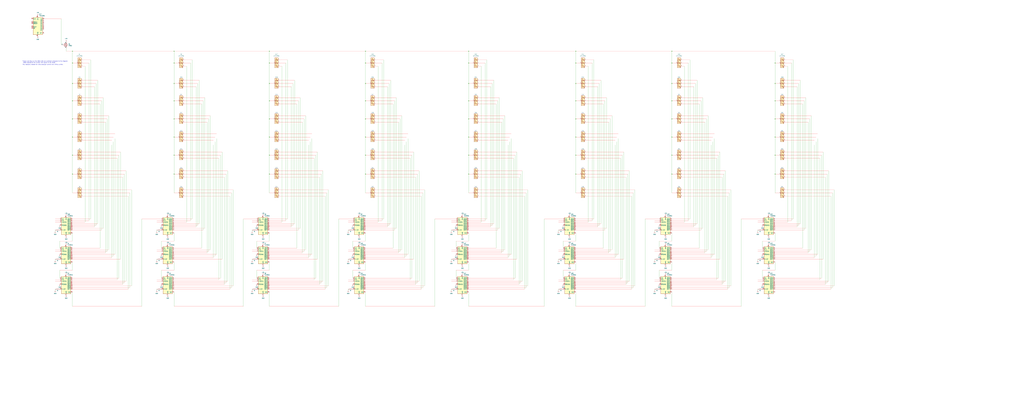
<source format=kicad_sch>
(kicad_sch (version 20231120) (generator "eeschema") (generator_version "8.0")
  (paper "User" 1651 635)
  (title_block (title "8^3 RGB LED Cube Layer Expandable Schematic") (date "2025-02-20") (company "ZesTM32") (comment 1 "Red Wire = Horizontal") (comment 2 "Green Wire = Vertical"))
  (lib_symbols
    (symbol "74xx:74HC595"
      (property "Reference" "U" (at -7.62 13.97 0))
      (property "Value" "74HC595" (at -7.62 -16.51 0))
      (symbol "74HC595_1_0"
        (pin tri_state line (at 10.16 7.62 180) (length 2.54) (name "QB") (number "1"))
        (pin input line (at -10.16 2.54 0) (length 2.54) (name "~{SRCLR}") (number "10"))
        (pin input line (at -10.16 5.08 0) (length 2.54) (name "SRCLK") (number "11"))
        (pin input line (at -10.16 -2.54 0) (length 2.54) (name "RCLK") (number "12"))
        (pin input line (at -10.16 -5.08 0) (length 2.54) (name "~{OE}") (number "13"))
        (pin input line (at -10.16 10.16 0) (length 2.54) (name "SER") (number "14"))
        (pin tri_state line (at 10.16 10.16 180) (length 2.54) (name "QA") (number "15"))
        (pin power_in line (at 0 15.24 270) (length 2.54) (name "VCC") (number "16"))
        (pin tri_state line (at 10.16 5.08 180) (length 2.54) (name "QC") (number "2"))
        (pin tri_state line (at 10.16 2.54 180) (length 2.54) (name "QD") (number "3"))
        (pin tri_state line (at 10.16 0 180) (length 2.54) (name "QE") (number "4"))
        (pin tri_state line (at 10.16 -2.54 180) (length 2.54) (name "QF") (number "5"))
        (pin tri_state line (at 10.16 -5.08 180) (length 2.54) (name "QG") (number "6"))
        (pin tri_state line (at 10.16 -7.62 180) (length 2.54) (name "QH") (number "7"))
        (pin power_in line (at 0 -17.78 90) (length 2.54) (name "GND") (number "8"))
        (pin output line (at 10.16 -12.7 180) (length 2.54) (name "QH'") (number "9"))
      )
    )
    (symbol "Device:LED_ARBG" (pin_names (offset 0) hide)
      (property "Reference" "D" (at 0 9.398 0))
      (property "Value" "LED_ARBG" (at 0 -8.89 0))
      (symbol "LED_ARBG_0_0"
        (text "B" (at -1.905 -6.35 0) (effects (font (size 1.27 1.27))))
        (text "G" (at -1.905 -1.27 0) (effects (font (size 1.27 1.27))))
        (text "R" (at -1.905 3.81 0) (effects (font (size 1.27 1.27))))
      )
      (symbol "LED_ARBG_1_1"
        (pin passive line (at 5.08 0 180) (length 2.54) (name "A") (number "1"))
        (pin passive line (at -5.08 5.08 0) (length 2.54) (name "RK") (number "2"))
        (pin passive line (at -5.08 -5.08 0) (length 2.54) (name "BK") (number "3"))
        (pin passive line (at -5.08 0 0) (length 2.54) (name "GK") (number "4"))
      )
    )
    (symbol "Device:R_US" (pin_numbers hide) (pin_names (offset 0))
      (property "Reference" "R" (at 2.54 0 90))
      (property "Value" "R_US" (at -2.54 0 90))
      (symbol "R_US_1_1"
        (pin passive line (at 0 3.81 270) (length 1.27) (name "~") (number "1"))
        (pin passive line (at 0 -3.81 90) (length 1.27) (name "~") (number "2"))
      )
    )
    (symbol "Driver_LED:TLC5916"
      (property "Reference" "U" (at -7.62 13.97 0))
      (property "Value" "TLC5916" (at -7.62 -16.51 0))
      (symbol "TLC5916_1_0"
        (pin power_in line (at 0 -17.78 90) (length 2.54) (name "GND") (number "1"))
        (pin open_collector line (at 10.16 -2.54 180) (length 2.54) (name "~{OUT5}") (number "10"))
        (pin open_collector line (at 10.16 -5.08 180) (length 2.54) (name "~{OUT6}") (number "11"))
        (pin open_collector line (at 10.16 -7.62 180) (length 2.54) (name "~{OUT7}") (number "12"))
        (pin passive line (at -10.16 0 0) (length 2.54) (name "~{OE}(ED2)") (number "13"))
        (pin output line (at 10.16 -12.7 180) (length 2.54) (name "SDO") (number "14"))
        (pin input line (at -10.16 -7.62 0) (length 2.54) (name "R-EXT") (number "15"))
        (pin power_in line (at 0 15.24 270) (length 2.54) (name "VDD") (number "16"))
        (pin input line (at -10.16 10.16 0) (length 2.54) (name "SDI") (number "2"))
        (pin input line (at -10.16 7.62 0) (length 2.54) (name "CLK") (number "3"))
        (pin passive line (at -10.16 5.08 0) (length 2.54) (name "LE(ED1)") (number "4"))
        (pin open_collector line (at 10.16 10.16 180) (length 2.54) (name "~{OUT0}") (number "5"))
        (pin open_collector line (at 10.16 7.62 180) (length 2.54) (name "~{OUT1}") (number "6"))
        (pin open_collector line (at 10.16 5.08 180) (length 2.54) (name "~{OUT2}") (number "7"))
        (pin open_collector line (at 10.16 2.54 180) (length 2.54) (name "~{OUT3}") (number "8"))
        (pin open_collector line (at 10.16 0 180) (length 2.54) (name "~{OUT4}") (number "9"))
      )
    )
    (symbol "Simulation_SPICE:PMOS" (pin_numbers hide) (pin_names (offset 0))
      (property "Reference" "Q" (at 5.08 1.27 0))
      (property "Value" "PMOS" (at 5.08 -1.27 0))
      (symbol "PMOS_1_1"
        (pin passive line (at 2.54 5.08 270) (length 2.54) (name "D") (number "1"))
        (pin input line (at -5.08 0 0) (length 2.54) (name "G") (number "2"))
        (pin passive line (at 2.54 -5.08 90) (length 2.54) (name "S") (number "3"))
      )
    )
    (symbol "power:+5V" (power) (pin_numbers hide) (pin_names (offset 0) hide)
      (property "Value" "+5V" (at 0 3.556 0))
      (symbol "+5V_1_1"
        (pin power_in line (at 0 0 90) (length 0) (name "~") (number "1"))
      )
    )
    (symbol "power:GND" (power) (pin_numbers hide) (pin_names (offset 0) hide)
      (property "Value" "GND" (at 0 -3.81 0))
      (symbol "GND_1_1"
        (pin power_in line (at 0 0 270) (length 0) (name "~") (number "1"))
      )
    )
  )
  (junction (at 434.34 250.19))
  (junction (at 589.28 134.62))
  (junction (at 1249.68 280.67))
  (junction (at 589.28 280.67))
  (junction (at 589.28 250.19))
  (junction (at 589.28 101.6))
  (junction (at 928.37 101.6))
  (junction (at 755.65 250.19))
  (junction (at 280.67 82.55))
  (junction (at 589.28 191.77))
  (junction (at 116.84 82.55))
  (junction (at 1083.31 191.77))
  (junction (at 1083.31 280.67))
  (junction (at 1249.68 220.98))
  (junction (at 280.67 220.98))
  (junction (at 1083.31 134.62))
  (junction (at 434.34 162.56))
  (junction (at 589.28 220.98))
  (junction (at 928.37 280.67))
  (junction (at 1249.68 162.56))
  (junction (at 755.65 191.77))
  (junction (at 755.65 82.55))
  (junction (at 280.67 250.19))
  (junction (at 116.84 191.77))
  (junction (at 1083.31 82.55))
  (junction (at 1249.68 101.6))
  (junction (at 116.84 101.6))
  (junction (at 928.37 250.19))
  (junction (at 280.67 280.67))
  (junction (at 1249.68 191.77))
  (junction (at 1249.68 134.62))
  (junction (at 280.67 101.6))
  (junction (at 116.84 220.98))
  (junction (at 1083.31 162.56))
  (junction (at 434.34 191.77))
  (junction (at 928.37 82.55))
  (junction (at 434.34 82.55))
  (junction (at 755.65 101.6))
  (junction (at 928.37 134.62))
  (junction (at 280.67 191.77))
  (junction (at 755.65 134.62))
  (junction (at 1249.68 250.19))
  (junction (at 434.34 134.62))
  (junction (at 116.84 134.62))
  (junction (at 755.65 280.67))
  (junction (at 116.84 162.56))
  (junction (at 1083.31 220.98))
  (junction (at 1083.31 250.19))
  (junction (at 589.28 82.55))
  (junction (at 928.37 162.56))
  (junction (at 1083.31 101.6))
  (junction (at 116.84 280.67))
  (junction (at 434.34 101.6))
  (junction (at 280.67 162.56))
  (junction (at 755.65 220.98))
  (junction (at 755.65 162.56))
  (junction (at 434.34 220.98))
  (junction (at 928.37 220.98))
  (junction (at 116.84 250.19))
  (junction (at 589.28 162.56))
  (junction (at 280.67 134.62))
  (junction (at 434.34 280.67))
  (junction (at 928.37 191.77))
  (wire (pts (xy 735.33 388.62) (xy 735.33 400.05)))
  (wire (pts (xy 1099.82 306.07) (xy 1178.56 306.07)) (stroke (width 0) (color 255 0 0 1)))
  (wire (pts (xy 928.37 375.92) (xy 928.37 388.62)))
  (wire (pts (xy 1109.98 101.6) (xy 1109.98 355.6)))
  (wire (pts (xy 948.69 358.14) (xy 928.37 358.14)) (stroke (width 0) (color 255 0 0 1)))
  (wire (pts (xy 450.85 162.56) (xy 481.33 162.56)) (stroke (width 0) (color 255 0 0 1)))
  (wire (pts (xy 661.67 255.27) (xy 661.67 450.85)))
  (wire (pts (xy 434.34 435.61) (xy 414.02 435.61)) (stroke (width 0) (color 255 0 0 1)))
  (wire (pts (xy 772.16 215.9) (xy 824.23 215.9)) (stroke (width 0) (color 255 0 0 1)))
  (wire (pts (xy 928.37 101.6) (xy 928.37 134.62)))
  (wire (pts (xy 772.16 275.59) (xy 842.01 275.59)) (stroke (width 0) (color 255 0 0 1)))
  (wire (pts (xy 252.73 450.85) (xy 260.35 450.85)) (stroke (width 0) (color 255 0 0 1)))
  (wire (pts (xy 88.9 450.85) (xy 96.52 450.85)) (stroke (width 0) (color 255 0 0 1)))
  (wire (pts (xy 1099.82 191.77) (xy 1139.19 191.77)) (stroke (width 0) (color 255 0 0 1)))
  (wire (pts (xy 252.73 405.13) (xy 260.35 405.13)) (stroke (width 0) (color 255 0 0 1)))
  (wire (pts (xy 991.87 233.68) (xy 991.87 415.29)))
  (wire (pts (xy 928.37 250.19) (xy 934.72 250.19)) (stroke (width 0) (color 255 0 0 1)))
  (wire (pts (xy 755.65 417.83) (xy 833.12 417.83)) (stroke (width 0) (color 255 0 0 1)))
  (wire (pts (xy 1099.82 245.11) (xy 1160.78 245.11)) (stroke (width 0) (color 255 0 0 1)))
  (wire (pts (xy 116.84 388.62) (xy 96.52 388.62)) (stroke (width 0) (color 255 0 0 1)))
  (wire (pts (xy 1099.82 106.68) (xy 1103.63 106.68)) (stroke (width 0) (color 255 0 0 1)))
  (wire (pts (xy 260.35 435.61) (xy 260.35 448.31)))
  (wire (pts (xy 297.18 250.19) (xy 355.6 250.19)) (stroke (width 0) (color 255 0 0 1)))
  (wire (pts (xy 772.16 280.67) (xy 839.47 280.67)) (stroke (width 0) (color 255 0 0 1)))
  (wire (pts (xy 605.79 196.85) (xy 642.62 196.85)) (stroke (width 0) (color 255 0 0 1)))
  (wire (pts (xy 364.49 280.67) (xy 364.49 455.93)))
  (wire (pts (xy 1176.02 311.15) (xy 1176.02 463.55)))
  (wire (pts (xy 1167.13 280.67) (xy 1167.13 455.93)))
  (wire (pts (xy 652.78 415.29) (xy 589.28 415.29)) (stroke (width 0) (color 255 0 0 1)))
  (wire (pts (xy 252.73 373.38) (xy 252.73 370.84)))
  (wire (pts (xy 944.88 162.56) (xy 975.36 162.56)) (stroke (width 0) (color 255 0 0 1)))
  (wire (pts (xy 297.18 101.6) (xy 307.34 101.6)) (stroke (width 0) (color 255 0 0 1)))
  (wire (pts (xy 605.79 139.7) (xy 624.84 139.7)) (stroke (width 0) (color 255 0 0 1)))
  (wire (pts (xy 845.82 316.23) (xy 772.16 316.23)) (stroke (width 0) (color 255 0 0 1)))
  (wire (pts (xy 928.37 471.17) (xy 928.37 494.03)))
  (wire (pts (xy 1266.19 157.48) (xy 1299.21 157.48)) (stroke (width 0) (color 255 0 0 1)))
  (wire (pts (xy 1294.13 400.05) (xy 1249.68 400.05)) (stroke (width 0) (color 255 0 0 1)))
  (wire (pts (xy 944.88 215.9) (xy 996.95 215.9)) (stroke (width 0) (color 255 0 0 1)))
  (wire (pts (xy 88.9 420.37) (xy 88.9 417.83)))
  (wire (pts (xy 772.16 106.68) (xy 775.97 106.68)) (stroke (width 0) (color 255 0 0 1)))
  (wire (pts (xy 1099.82 215.9) (xy 1151.89 215.9)) (stroke (width 0) (color 255 0 0 1)))
  (wire (pts (xy 166.37 368.3) (xy 116.84 368.3)) (stroke (width 0) (color 255 0 0 1)))
  (wire (pts (xy 406.4 468.63) (xy 406.4 466.09)))
  (wire (pts (xy 755.65 220.98) (xy 755.65 250.19)))
  (wire (pts (xy 1055.37 373.38) (xy 1055.37 370.84)))
  (wire (pts (xy 146.05 96.52) (xy 146.05 353.06)))
  (wire (pts (xy 684.53 461.01) (xy 589.28 461.01)) (stroke (width 0) (color 255 0 0 1)))
  (wire (pts (xy 297.18 220.98) (xy 346.71 220.98)) (stroke (width 0) (color 255 0 0 1)))
  (wire (pts (xy 1315.72 412.75) (xy 1249.68 412.75)) (stroke (width 0) (color 255 0 0 1)))
  (wire (pts (xy 280.67 280.67) (xy 280.67 311.15)))
  (wire (pts (xy 469.9 139.7) (xy 469.9 365.76)))
  (wire (pts (xy 434.34 82.55) (xy 434.34 101.6)))
  (wire (pts (xy 450.85 101.6) (xy 461.01 101.6)) (stroke (width 0) (color 255 0 0 1)))
  (wire (pts (xy 755.65 250.19) (xy 762 250.19)) (stroke (width 0) (color 255 0 0 1)))
  (wire (pts (xy 755.65 494.03) (xy 877.57 494.03)) (stroke (width 0) (color 255 0 0 1)))
  (wire (pts (xy 1336.04 453.39) (xy 1249.68 453.39)) (stroke (width 0) (color 255 0 0 1)))
  (wire (pts (xy 605.79 157.48) (xy 638.81 157.48)) (stroke (width 0) (color 255 0 0 1)))
  (wire (pts (xy 1221.74 420.37) (xy 1221.74 417.83)))
  (wire (pts (xy 1112.52 96.52) (xy 1112.52 353.06)))
  (wire (pts (xy 450.85 196.85) (xy 487.68 196.85)) (stroke (width 0) (color 255 0 0 1)))
  (wire (pts (xy 307.34 101.6) (xy 307.34 355.6)))
  (wire (pts (xy 434.34 220.98) (xy 434.34 250.19)))
  (wire (pts (xy 297.18 245.11) (xy 358.14 245.11)) (stroke (width 0) (color 255 0 0 1)))
  (wire (pts (xy 133.35 191.77) (xy 172.72 191.77)) (stroke (width 0) (color 255 0 0 1)))
  (wire (pts (xy 928.37 455.93) (xy 1012.19 455.93)) (stroke (width 0) (color 255 0 0 1)))
  (wire (pts (xy 88.9 468.63) (xy 88.9 466.09)))
  (wire (pts (xy 1266.19 96.52) (xy 1278.89 96.52)) (stroke (width 0) (color 255 0 0 1)))
  (wire (pts (xy 297.18 139.7) (xy 316.23 139.7)) (stroke (width 0) (color 255 0 0 1)))
  (wire (pts (xy 133.35 280.67) (xy 200.66 280.67)) (stroke (width 0) (color 255 0 0 1)))
  (wire (pts (xy 1083.31 101.6) (xy 1083.31 134.62)))
  (wire (pts (xy 252.73 453.39) (xy 260.35 453.39)) (stroke (width 0) (color 255 0 0 1)))
  (wire (pts (xy 1018.54 316.23) (xy 1018.54 466.09)))
  (wire (pts (xy 492.76 402.59) (xy 434.34 402.59)) (stroke (width 0) (color 255 0 0 1)))
  (wire (pts (xy 1276.35 101.6) (xy 1276.35 355.6)))
  (wire (pts (xy 701.04 353.06) (xy 735.33 353.06)) (stroke (width 0) (color 255 0 0 1)))
  (wire (pts (xy 647.7 186.69) (xy 647.7 402.59)))
  (wire (pts (xy 828.04 450.85) (xy 755.65 450.85)) (stroke (width 0) (color 255 0 0 1)))
  (wire (pts (xy 664.21 448.31) (xy 589.28 448.31)) (stroke (width 0) (color 255 0 0 1)))
  (wire (pts (xy 772.16 311.15) (xy 848.36 311.15)) (stroke (width 0) (color 255 0 0 1)))
  (wire (pts (xy 116.84 375.92) (xy 116.84 388.62)))
  (wire (pts (xy 1315.72 228.6) (xy 1315.72 412.75)))
  (wire (pts (xy 116.84 360.68) (xy 157.48 360.68)) (stroke (width 0) (color 255 0 0 1)))
  (wire (pts (xy 472.44 134.62) (xy 472.44 363.22)))
  (wire (pts (xy 1123.95 129.54) (xy 1123.95 360.68)))
  (wire (pts (xy 944.88 101.6) (xy 955.04 101.6)) (stroke (width 0) (color 255 0 0 1)))
  (wire (pts (xy 1249.68 280.67) (xy 1256.03 280.67)) (stroke (width 0) (color 255 0 0 1)))
  (wire (pts (xy 406.4 405.13) (xy 414.02 405.13)) (stroke (width 0) (color 255 0 0 1)))
  (wire (pts (xy 839.47 280.67) (xy 839.47 455.93)))
  (wire (pts (xy 1266.19 226.06) (xy 1313.18 226.06)) (stroke (width 0) (color 255 0 0 1)))
  (wire (pts (xy 661.67 450.85) (xy 589.28 450.85)) (stroke (width 0) (color 255 0 0 1)))
  (wire (pts (xy 1266.19 106.68) (xy 1270 106.68)) (stroke (width 0) (color 255 0 0 1)))
  (wire (pts (xy 928.37 280.67) (xy 934.72 280.67)) (stroke (width 0) (color 255 0 0 1)))
  (wire (pts (xy 1083.31 311.15) (xy 1089.66 311.15)) (stroke (width 0) (color 255 0 0 1)))
  (wire (pts (xy 339.09 186.69) (xy 339.09 402.59)))
  (wire (pts (xy 500.38 228.6) (xy 500.38 412.75)))
  (wire (pts (xy 483.87 157.48) (xy 483.87 368.3)))
  (wire (pts (xy 1055.37 402.59) (xy 1062.99 402.59)) (stroke (width 0) (color 255 0 0 1)))
  (wire (pts (xy 605.79 134.62) (xy 627.38 134.62)) (stroke (width 0) (color 255 0 0 1)))
  (wire (pts (xy 133.35 134.62) (xy 154.94 134.62)) (stroke (width 0) (color 255 0 0 1)))
  (wire (pts (xy 1308.1 402.59) (xy 1249.68 402.59)) (stroke (width 0) (color 255 0 0 1)))
  (wire (pts (xy 524.51 316.23) (xy 524.51 466.09)))
  (wire (pts (xy 928.37 494.03) (xy 1040.13 494.03)) (stroke (width 0) (color 255 0 0 1)))
  (wire (pts (xy 280.67 162.56) (xy 280.67 191.77)))
  (wire (pts (xy 605.79 215.9) (xy 657.86 215.9)) (stroke (width 0) (color 255 0 0 1)))
  (wire (pts (xy 1130.3 162.56) (xy 1130.3 370.84)))
  (wire (pts (xy 280.67 220.98) (xy 287.02 220.98)) (stroke (width 0) (color 255 0 0 1)))
  (wire (pts (xy 1287.78 134.62) (xy 1287.78 363.22)))
  (wire (pts (xy 605.79 101.6) (xy 615.95 101.6)) (stroke (width 0) (color 255 0 0 1)))
  (wire (pts (xy 116.84 162.56) (xy 123.19 162.56)) (stroke (width 0) (color 255 0 0 1)))
  (wire (pts (xy 116.84 280.67) (xy 116.84 311.15)))
  (wire (pts (xy 1296.67 162.56) (xy 1296.67 370.84)))
  (wire (pts (xy 434.34 134.62) (xy 440.69 134.62)) (stroke (width 0) (color 255 0 0 1)))
  (wire (pts (xy 1270 358.14) (xy 1249.68 358.14)) (stroke (width 0) (color 255 0 0 1)))
  (wire (pts (xy 994.41 412.75) (xy 928.37 412.75)) (stroke (width 0) (color 255 0 0 1)))
  (wire (pts (xy 755.65 220.98) (xy 762 220.98)) (stroke (width 0) (color 255 0 0 1)))
  (wire (pts (xy 1299.21 368.3) (xy 1249.68 368.3)) (stroke (width 0) (color 255 0 0 1)))
  (wire (pts (xy 133.35 196.85) (xy 170.18 196.85)) (stroke (width 0) (color 255 0 0 1)))
  (wire (pts (xy 1014.73 453.39) (xy 928.37 453.39)) (stroke (width 0) (color 255 0 0 1)))
  (wire (pts (xy 300.99 358.14) (xy 280.67 358.14)) (stroke (width 0) (color 255 0 0 1)))
  (wire (pts (xy 1083.31 280.67) (xy 1089.66 280.67)) (stroke (width 0) (color 255 0 0 1)))
  (wire (pts (xy 755.65 311.15) (xy 762 311.15)) (stroke (width 0) (color 255 0 0 1)))
  (wire (pts (xy 928.37 363.22) (xy 966.47 363.22)) (stroke (width 0) (color 255 0 0 1)))
  (wire (pts (xy 975.36 162.56) (xy 975.36 370.84)))
  (wire (pts (xy 1149.35 412.75) (xy 1083.31 412.75)) (stroke (width 0) (color 255 0 0 1)))
  (wire (pts (xy 280.67 455.93) (xy 364.49 455.93)) (stroke (width 0) (color 255 0 0 1)))
  (wire (pts (xy 681.99 463.55) (xy 589.28 463.55)) (stroke (width 0) (color 255 0 0 1)))
  (wire (pts (xy 297.18 196.85) (xy 334.01 196.85)) (stroke (width 0) (color 255 0 0 1)))
  (wire (pts (xy 1149.35 228.6) (xy 1149.35 412.75)))
  (wire (pts (xy 928.37 162.56) (xy 928.37 191.77)))
  (wire (pts (xy 605.79 306.07) (xy 684.53 306.07)) (stroke (width 0) (color 255 0 0 1)))
  (wire (pts (xy 361.95 285.75) (xy 361.95 458.47)))
  (wire (pts (xy 454.66 106.68) (xy 454.66 358.14)))
  (wire (pts (xy 1266.19 311.15) (xy 1342.39 311.15)) (stroke (width 0) (color 255 0 0 1)))
  (wire (pts (xy 589.28 191.77) (xy 589.28 220.98)))
  (wire (pts (xy 116.84 250.19) (xy 123.19 250.19)) (stroke (width 0) (color 255 0 0 1)))
  (wire (pts (xy 655.32 228.6) (xy 655.32 412.75)))
  (wire (pts (xy 1294.13 167.64) (xy 1294.13 400.05)))
  (wire (pts (xy 800.1 400.05) (xy 755.65 400.05)) (stroke (width 0) (color 255 0 0 1)))
  (wire (pts (xy 1083.31 134.62) (xy 1083.31 162.56)))
  (wire (pts (xy 877.57 353.06) (xy 908.05 353.06)) (stroke (width 0) (color 255 0 0 1)))
  (wire (pts (xy 1099.82 255.27) (xy 1155.7 255.27)) (stroke (width 0) (color 255 0 0 1)))
  (wire (pts (xy 793.75 134.62) (xy 793.75 363.22)))
  (wire (pts (xy 497.84 233.68) (xy 497.84 415.29)))
  (wire (pts (xy 755.65 191.77) (xy 755.65 220.98)))
  (wire (pts (xy 928.37 101.6) (xy 934.72 101.6)) (stroke (width 0) (color 255 0 0 1)))
  (wire (pts (xy 670.56 285.75) (xy 670.56 458.47)))
  (wire (pts (xy 1249.68 311.15) (xy 1256.03 311.15)) (stroke (width 0) (color 255 0 0 1)))
  (wire (pts (xy 589.28 134.62) (xy 589.28 162.56)))
  (wire (pts (xy 1127.76 400.05) (xy 1083.31 400.05)) (stroke (width 0) (color 255 0 0 1)))
  (wire (pts (xy 297.18 280.67) (xy 364.49 280.67)) (stroke (width 0) (color 255 0 0 1)))
  (wire (pts (xy 1324.61 250.19) (xy 1324.61 448.31)))
  (wire (pts (xy 670.56 458.47) (xy 589.28 458.47)) (stroke (width 0) (color 255 0 0 1)))
  (wire (pts (xy 1003.3 250.19) (xy 1003.3 448.31)))
  (wire (pts (xy 339.09 402.59) (xy 280.67 402.59)) (stroke (width 0) (color 255 0 0 1)))
  (wire (pts (xy 1151.89 410.21) (xy 1083.31 410.21)) (stroke (width 0) (color 255 0 0 1)))
  (wire (pts (xy 1221.74 405.13) (xy 1229.36 405.13)) (stroke (width 0) (color 255 0 0 1)))
  (wire (pts (xy 772.16 226.06) (xy 819.15 226.06)) (stroke (width 0) (color 255 0 0 1)))
  (wire (pts (xy 986.79 186.69) (xy 986.79 402.59)))
  (wire (pts (xy 481.33 162.56) (xy 481.33 370.84)))
  (wire (pts (xy 755.65 455.93) (xy 839.47 455.93)) (stroke (width 0) (color 255 0 0 1)))
  (wire (pts (xy 589.28 435.61) (xy 568.96 435.61)) (stroke (width 0) (color 255 0 0 1)))
  (wire (pts (xy 207.01 316.23) (xy 207.01 466.09)))
  (wire (pts (xy 605.79 285.75) (xy 670.56 285.75)) (stroke (width 0) (color 255 0 0 1)))
  (wire (pts (xy 824.23 410.21) (xy 755.65 410.21)) (stroke (width 0) (color 255 0 0 1)))
  (wire (pts (xy 1221.74 358.14) (xy 1229.36 358.14)) (stroke (width 0) (color 255 0 0 1)))
  (wire (pts (xy 944.88 196.85) (xy 981.71 196.85)) (stroke (width 0) (color 255 0 0 1)))
  (wire (pts (xy 1083.31 407.67) (xy 1136.65 407.67)) (stroke (width 0) (color 255 0 0 1)))
  (wire (pts (xy 605.79 191.77) (xy 645.16 191.77)) (stroke (width 0) (color 255 0 0 1)))
  (wire (pts (xy 1083.31 162.56) (xy 1083.31 191.77)))
  (wire (pts (xy 297.18 226.06) (xy 344.17 226.06)) (stroke (width 0) (color 255 0 0 1)))
  (wire (pts (xy 821.69 228.6) (xy 821.69 412.75)))
  (wire (pts (xy 645.16 405.13) (xy 589.28 405.13)) (stroke (width 0) (color 255 0 0 1)))
  (wire (pts (xy 900.43 405.13) (xy 908.05 405.13)) (stroke (width 0) (color 255 0 0 1)))
  (wire (pts (xy 1099.82 186.69) (xy 1141.73 186.69)) (stroke (width 0) (color 255 0 0 1)))
  (wire (pts (xy 900.43 450.85) (xy 908.05 450.85)) (stroke (width 0) (color 255 0 0 1)))
  (wire (pts (xy 1099.82 275.59) (xy 1169.67 275.59)) (stroke (width 0) (color 255 0 0 1)))
  (wire (pts (xy 755.65 280.67) (xy 755.65 311.15)))
  (wire (pts (xy 450.85 96.52) (xy 463.55 96.52)) (stroke (width 0) (color 255 0 0 1)))
  (wire (pts (xy 819.15 233.68) (xy 819.15 415.29)))
  (wire (pts (xy 1009.65 285.75) (xy 1009.65 458.47)))
  (wire (pts (xy 146.05 353.06) (xy 116.84 353.06)) (stroke (width 0) (color 255 0 0 1)))
  (wire (pts (xy 944.88 186.69) (xy 986.79 186.69)) (stroke (width 0) (color 255 0 0 1)))
  (wire (pts (xy 1083.31 250.19) (xy 1083.31 280.67)))
  (wire (pts (xy 928.37 191.77) (xy 928.37 220.98)))
  (wire (pts (xy 434.34 388.62) (xy 414.02 388.62)) (stroke (width 0) (color 255 0 0 1)))
  (wire (pts (xy 1313.18 415.29) (xy 1249.68 415.29)) (stroke (width 0) (color 255 0 0 1)))
  (wire (pts (xy 450.85 255.27) (xy 506.73 255.27)) (stroke (width 0) (color 255 0 0 1)))
  (wire (pts (xy 207.01 466.09) (xy 116.84 466.09)) (stroke (width 0) (color 255 0 0 1)))
  (wire (pts (xy 133.35 162.56) (xy 163.83 162.56)) (stroke (width 0) (color 255 0 0 1)))
  (wire (pts (xy 434.34 422.91) (xy 434.34 435.61)))
  (wire (pts (xy 652.78 233.68) (xy 652.78 415.29)))
  (wire (pts (xy 1266.19 162.56) (xy 1296.67 162.56)) (stroke (width 0) (color 255 0 0 1)))
  (wire (pts (xy 727.71 358.14) (xy 735.33 358.14)) (stroke (width 0) (color 255 0 0 1)))
  (wire (pts (xy 490.22 191.77) (xy 490.22 405.13)))
  (wire (pts (xy 928.37 82.55) (xy 1083.31 82.55)) (stroke (width 0) (color 255 0 0 1)))
  (wire (pts (xy 772.16 139.7) (xy 791.21 139.7)) (stroke (width 0) (color 255 0 0 1)))
  (wire (pts (xy 297.18 186.69) (xy 339.09 186.69)) (stroke (width 0) (color 255 0 0 1)))
  (wire (pts (xy 772.16 255.27) (xy 828.04 255.27)) (stroke (width 0) (color 255 0 0 1)))
  (wire (pts (xy 1266.19 129.54) (xy 1290.32 129.54)) (stroke (width 0) (color 255 0 0 1)))
  (wire (pts (xy 434.34 250.19) (xy 434.34 280.67)))
  (wire (pts (xy 1342.39 311.15) (xy 1342.39 463.55)))
  (wire (pts (xy 1055.37 420.37) (xy 1055.37 417.83)))
  (wire (pts (xy 228.6 494.03) (xy 228.6 353.06)))
  (wire (pts (xy 353.06 255.27) (xy 353.06 450.85)))
  (wire (pts (xy 605.79 96.52) (xy 618.49 96.52)) (stroke (width 0) (color 255 0 0 1)))
  (wire (pts (xy 928.37 311.15) (xy 934.72 311.15)) (stroke (width 0) (color 255 0 0 1)))
  (wire (pts (xy 1249.68 363.22) (xy 1287.78 363.22)) (stroke (width 0) (color 255 0 0 1)))
  (wire (pts (xy 506.73 450.85) (xy 434.34 450.85)) (stroke (width 0) (color 255 0 0 1)))
  (wire (pts (xy 1178.56 306.07) (xy 1178.56 461.01)))
  (wire (pts (xy 182.88 228.6) (xy 182.88 412.75)))
  (wire (pts (xy 928.37 191.77) (xy 934.72 191.77)) (stroke (width 0) (color 255 0 0 1)))
  (wire (pts (xy 297.18 157.48) (xy 330.2 157.48)) (stroke (width 0) (color 255 0 0 1)))
  (wire (pts (xy 755.65 360.68) (xy 796.29 360.68)) (stroke (width 0) (color 255 0 0 1)))
  (wire (pts (xy 450.85 215.9) (xy 502.92 215.9)) (stroke (width 0) (color 255 0 0 1)))
  (wire (pts (xy 1195.07 494.03) (xy 1195.07 353.06)))
  (wire (pts (xy 297.18 162.56) (xy 327.66 162.56)) (stroke (width 0) (color 255 0 0 1)))
  (wire (pts (xy 116.84 191.77) (xy 116.84 220.98)))
  (wire (pts (xy 944.88 245.11) (xy 1005.84 245.11)) (stroke (width 0) (color 255 0 0 1)))
  (wire (pts (xy 772.16 186.69) (xy 814.07 186.69)) (stroke (width 0) (color 255 0 0 1)))
  (wire (pts (xy 450.85 285.75) (xy 515.62 285.75)) (stroke (width 0) (color 255 0 0 1)))
  (wire (pts (xy 370.84 466.09) (xy 280.67 466.09)) (stroke (width 0) (color 255 0 0 1)))
  (wire (pts (xy 963.93 139.7) (xy 963.93 365.76)))
  (wire (pts (xy 845.82 316.23) (xy 845.82 466.09)))
  (wire (pts (xy 434.34 82.55) (xy 589.28 82.55)) (stroke (width 0) (color 255 0 0 1)))
  (wire (pts (xy 1313.18 233.68) (xy 1313.18 415.29)))
  (wire (pts (xy 1083.31 82.55) (xy 1083.31 101.6)))
  (wire (pts (xy 944.88 306.07) (xy 1023.62 306.07)) (stroke (width 0) (color 255 0 0 1)))
  (wire (pts (xy 589.28 370.84) (xy 636.27 370.84)) (stroke (width 0) (color 255 0 0 1)))
  (wire (pts (xy 280.67 363.22) (xy 318.77 363.22)) (stroke (width 0) (color 255 0 0 1)))
  (wire (pts (xy 450.85 311.15) (xy 527.05 311.15)) (stroke (width 0) (color 255 0 0 1)))
  (wire (pts (xy 346.71 228.6) (xy 346.71 412.75)))
  (wire (pts (xy 944.88 106.68) (xy 948.69 106.68)) (stroke (width 0) (color 255 0 0 1)))
  (wire (pts (xy 928.37 360.68) (xy 969.01 360.68)) (stroke (width 0) (color 255 0 0 1)))
  (wire (pts (xy 1099.82 250.19) (xy 1158.24 250.19)) (stroke (width 0) (color 255 0 0 1)))
  (wire (pts (xy 782.32 101.6) (xy 782.32 355.6)))
  (wire (pts (xy 972.82 400.05) (xy 928.37 400.05)) (stroke (width 0) (color 255 0 0 1)))
  (wire (pts (xy 589.28 388.62) (xy 568.96 388.62)) (stroke (width 0) (color 255 0 0 1)))
  (wire (pts (xy 133.35 186.69) (xy 175.26 186.69)) (stroke (width 0) (color 255 0 0 1)))
  (wire (pts (xy 848.36 311.15) (xy 848.36 463.55)))
  (wire (pts (xy 908.05 388.62) (xy 908.05 400.05)))
  (wire (pts (xy 487.68 196.85) (xy 487.68 407.67)))
  (wire (pts (xy 1221.74 402.59) (xy 1229.36 402.59)) (stroke (width 0) (color 255 0 0 1)))
  (wire (pts (xy 900.43 468.63) (xy 900.43 466.09)))
  (wire (pts (xy 561.34 420.37) (xy 561.34 417.83)))
  (wire (pts (xy 502.92 410.21) (xy 434.34 410.21)) (stroke (width 0) (color 255 0 0 1)))
  (wire (pts (xy 133.35 101.6) (xy 143.51 101.6)) (stroke (width 0) (color 255 0 0 1)))
  (wire (pts (xy 1249.68 250.19) (xy 1256.03 250.19)) (stroke (width 0) (color 255 0 0 1)))
  (wire (pts (xy 185.42 223.52) (xy 185.42 410.21)))
  (wire (pts (xy 836.93 285.75) (xy 836.93 458.47)))
  (wire (pts (xy 615.95 101.6) (xy 615.95 355.6)))
  (wire (pts (xy 280.67 82.55) (xy 280.67 101.6)))
  (wire (pts (xy 589.28 417.83) (xy 666.75 417.83)) (stroke (width 0) (color 255 0 0 1)))
  (wire (pts (xy 589.28 191.77) (xy 595.63 191.77)) (stroke (width 0) (color 255 0 0 1)))
  (wire (pts (xy 944.88 167.64) (xy 972.82 167.64)) (stroke (width 0) (color 255 0 0 1)))
  (wire (pts (xy 966.47 134.62) (xy 966.47 363.22)))
  (wire (pts (xy 88.9 402.59) (xy 96.52 402.59)) (stroke (width 0) (color 255 0 0 1)))
  (wire (pts (xy 1055.37 468.63) (xy 1055.37 466.09)))
  (wire (pts (xy 1276.35 355.6) (xy 1249.68 355.6)) (stroke (width 0) (color 255 0 0 1)))
  (wire (pts (xy 755.65 82.55) (xy 928.37 82.55)) (stroke (width 0) (color 255 0 0 1)))
  (wire (pts (xy 944.88 255.27) (xy 1000.76 255.27)) (stroke (width 0) (color 255 0 0 1)))
  (wire (pts (xy 252.73 402.59) (xy 260.35 402.59)) (stroke (width 0) (color 255 0 0 1)))
  (wire (pts (xy 1318.26 223.52) (xy 1318.26 410.21)))
  (wire (pts (xy 1221.74 373.38) (xy 1221.74 370.84)))
  (wire (pts (xy 1249.68 388.62) (xy 1229.36 388.62)) (stroke (width 0) (color 255 0 0 1)))
  (wire (pts (xy 133.35 245.11) (xy 194.31 245.11)) (stroke (width 0) (color 255 0 0 1)))
  (wire (pts (xy 515.62 458.47) (xy 434.34 458.47)) (stroke (width 0) (color 255 0 0 1)))
  (wire (pts (xy 406.4 373.38) (xy 406.4 370.84)))
  (wire (pts (xy 434.34 162.56) (xy 434.34 191.77)))
  (wire (pts (xy 280.67 134.62) (xy 287.02 134.62)) (stroke (width 0) (color 255 0 0 1)))
  (wire (pts (xy 280.67 417.83) (xy 358.14 417.83)) (stroke (width 0) (color 255 0 0 1)))
  (wire (pts (xy 1249.68 422.91) (xy 1249.68 435.61)))
  (wire (pts (xy 133.35 255.27) (xy 189.23 255.27)) (stroke (width 0) (color 255 0 0 1)))
  (wire (pts (xy 502.92 223.52) (xy 502.92 410.21)))
  (wire (pts (xy 1249.68 250.19) (xy 1249.68 280.67)))
  (wire (pts (xy 727.71 355.6) (xy 735.33 355.6)) (stroke (width 0) (color 255 0 0 1)))
  (wire (pts (xy 977.9 368.3) (xy 928.37 368.3)) (stroke (width 0) (color 255 0 0 1)))
  (wire (pts (xy 511.81 245.11) (xy 511.81 417.83)))
  (wire (pts (xy 1164.59 285.75) (xy 1164.59 458.47)))
  (wire (pts (xy 1344.93 306.07) (xy 1344.93 461.01)))
  (wire (pts (xy 434.34 455.93) (xy 518.16 455.93)) (stroke (width 0) (color 255 0 0 1)))
  (wire (pts (xy 1176.02 463.55) (xy 1083.31 463.55)) (stroke (width 0) (color 255 0 0 1)))
  (wire (pts (xy 280.67 101.6) (xy 287.02 101.6)) (stroke (width 0) (color 255 0 0 1)))
  (wire (pts (xy 172.72 405.13) (xy 116.84 405.13)) (stroke (width 0) (color 255 0 0 1)))
  (wire (pts (xy 1266.19 306.07) (xy 1344.93 306.07)) (stroke (width 0) (color 255 0 0 1)))
  (wire (pts (xy 1083.31 220.98) (xy 1089.66 220.98)) (stroke (width 0) (color 255 0 0 1)))
  (wire (pts (xy 1103.63 358.14) (xy 1083.31 358.14)) (stroke (width 0) (color 255 0 0 1)))
  (wire (pts (xy 828.04 255.27) (xy 828.04 450.85)))
  (wire (pts (xy 1141.73 186.69) (xy 1141.73 402.59)))
  (wire (pts (xy 819.15 415.29) (xy 755.65 415.29)) (stroke (width 0) (color 255 0 0 1)))
  (wire (pts (xy 991.87 415.29) (xy 928.37 415.29)) (stroke (width 0) (color 255 0 0 1)))
  (wire (pts (xy 963.93 365.76) (xy 928.37 365.76)) (stroke (width 0) (color 255 0 0 1)))
  (wire (pts (xy 252.73 358.14) (xy 260.35 358.14)) (stroke (width 0) (color 255 0 0 1)))
  (wire (pts (xy 568.96 435.61) (xy 568.96 448.31)))
  (wire (pts (xy 434.34 471.17) (xy 434.34 494.03)))
  (wire (pts (xy 1083.31 388.62) (xy 1062.99 388.62)) (stroke (width 0) (color 255 0 0 1)))
  (wire (pts (xy 1005.84 245.11) (xy 1005.84 417.83)))
  (wire (pts (xy 154.94 134.62) (xy 154.94 363.22)))
  (wire (pts (xy 615.95 355.6) (xy 589.28 355.6)) (stroke (width 0) (color 255 0 0 1)))
  (wire (pts (xy 928.37 250.19) (xy 928.37 280.67)))
  (wire (pts (xy 928.37 82.55) (xy 928.37 101.6)))
  (wire (pts (xy 727.71 468.63) (xy 727.71 466.09)))
  (wire (pts (xy 116.84 280.67) (xy 123.19 280.67)) (stroke (width 0) (color 255 0 0 1)))
  (wire (pts (xy 280.67 191.77) (xy 280.67 220.98)))
  (wire (pts (xy 116.84 134.62) (xy 123.19 134.62)) (stroke (width 0) (color 255 0 0 1)))
  (wire (pts (xy 99.06 30.48) (xy 99.06 72.39)))
  (wire (pts (xy 414.02 388.62) (xy 414.02 400.05)))
  (wire (pts (xy 755.65 134.62) (xy 755.65 162.56)))
  (wire (pts (xy 434.34 363.22) (xy 472.44 363.22)) (stroke (width 0) (color 255 0 0 1)))
  (wire (pts (xy 434.34 280.67) (xy 440.69 280.67)) (stroke (width 0) (color 255 0 0 1)))
  (wire (pts (xy 1099.82 129.54) (xy 1123.95 129.54)) (stroke (width 0) (color 255 0 0 1)))
  (wire (pts (xy 434.34 360.68) (xy 474.98 360.68)) (stroke (width 0) (color 255 0 0 1)))
  (wire (pts (xy 133.35 157.48) (xy 166.37 157.48)) (stroke (width 0) (color 255 0 0 1)))
  (wire (pts (xy 434.34 220.98) (xy 440.69 220.98)) (stroke (width 0) (color 255 0 0 1)))
  (wire (pts (xy 1266.19 167.64) (xy 1294.13 167.64)) (stroke (width 0) (color 255 0 0 1)))
  (wire (pts (xy 589.28 82.55) (xy 755.65 82.55)) (stroke (width 0) (color 255 0 0 1)))
  (wire (pts (xy 515.62 285.75) (xy 515.62 458.47)))
  (wire (pts (xy 325.12 167.64) (xy 325.12 400.05)))
  (wire (pts (xy 561.34 453.39) (xy 568.96 453.39)) (stroke (width 0) (color 255 0 0 1)))
  (wire (pts (xy 406.4 450.85) (xy 414.02 450.85)) (stroke (width 0) (color 255 0 0 1)))
  (wire (pts (xy 1158.24 250.19) (xy 1158.24 448.31)))
  (wire (pts (xy 133.35 275.59) (xy 203.2 275.59)) (stroke (width 0) (color 255 0 0 1)))
  (wire (pts (xy 1083.31 134.62) (xy 1089.66 134.62)) (stroke (width 0) (color 255 0 0 1)))
  (wire (pts (xy 589.28 280.67) (xy 589.28 311.15)))
  (wire (pts (xy 1249.68 101.6) (xy 1256.03 101.6)) (stroke (width 0) (color 255 0 0 1)))
  (wire (pts (xy 1083.31 191.77) (xy 1089.66 191.77)) (stroke (width 0) (color 255 0 0 1)))
  (wire (pts (xy 1112.52 353.06) (xy 1083.31 353.06)) (stroke (width 0) (color 255 0 0 1)))
  (wire (pts (xy 1221.74 453.39) (xy 1229.36 453.39)) (stroke (width 0) (color 255 0 0 1)))
  (wire (pts (xy 1099.82 280.67) (xy 1167.13 280.67)) (stroke (width 0) (color 255 0 0 1)))
  (wire (pts (xy 133.35 311.15) (xy 209.55 311.15)) (stroke (width 0) (color 255 0 0 1)))
  (wire (pts (xy 1083.31 101.6) (xy 1089.66 101.6)) (stroke (width 0) (color 255 0 0 1)))
  (wire (pts (xy 928.37 435.61) (xy 908.05 435.61)) (stroke (width 0) (color 255 0 0 1)))
  (wire (pts (xy 450.85 280.67) (xy 518.16 280.67)) (stroke (width 0) (color 255 0 0 1)))
  (wire (pts (xy 900.43 420.37) (xy 900.43 417.83)))
  (wire (pts (xy 252.73 355.6) (xy 260.35 355.6)) (stroke (width 0) (color 255 0 0 1)))
  (wire (pts (xy 280.67 311.15) (xy 287.02 311.15)) (stroke (width 0) (color 255 0 0 1)))
  (wire (pts (xy 814.07 402.59) (xy 755.65 402.59)) (stroke (width 0) (color 255 0 0 1)))
  (wire (pts (xy 546.1 494.03) (xy 546.1 353.06)))
  (wire (pts (xy 944.88 226.06) (xy 991.87 226.06)) (stroke (width 0) (color 255 0 0 1)))
  (wire (pts (xy 346.71 412.75) (xy 280.67 412.75)) (stroke (width 0) (color 255 0 0 1)))
  (wire (pts (xy 1266.19 215.9) (xy 1318.26 215.9)) (stroke (width 0) (color 255 0 0 1)))
  (wire (pts (xy 824.23 223.52) (xy 824.23 410.21)))
  (wire (pts (xy 1339.85 316.23) (xy 1266.19 316.23)) (stroke (width 0) (color 255 0 0 1)))
  (wire (pts (xy 727.71 450.85) (xy 735.33 450.85)) (stroke (width 0) (color 255 0 0 1)))
  (wire (pts (xy 836.93 458.47) (xy 755.65 458.47)) (stroke (width 0) (color 255 0 0 1)))
  (wire (pts (xy 755.65 407.67) (xy 808.99 407.67)) (stroke (width 0) (color 255 0 0 1)))
  (wire (pts (xy 434.34 311.15) (xy 440.69 311.15)) (stroke (width 0) (color 255 0 0 1)))
  (wire (pts (xy 928.37 220.98) (xy 928.37 250.19)))
  (wire (pts (xy 842.01 275.59) (xy 842.01 453.39)))
  (wire (pts (xy 1141.73 402.59) (xy 1083.31 402.59)) (stroke (width 0) (color 255 0 0 1)))
  (wire (pts (xy 309.88 353.06) (xy 280.67 353.06)) (stroke (width 0) (color 255 0 0 1)))
  (wire (pts (xy 589.28 360.68) (xy 629.92 360.68)) (stroke (width 0) (color 255 0 0 1)))
  (wire (pts (xy 1169.67 453.39) (xy 1083.31 453.39)) (stroke (width 0) (color 255 0 0 1)))
  (wire (pts (xy 1099.82 96.52) (xy 1112.52 96.52)) (stroke (width 0) (color 255 0 0 1)))
  (wire (pts (xy 509.27 448.31) (xy 434.34 448.31)) (stroke (width 0) (color 255 0 0 1)))
  (wire (pts (xy 1040.13 353.06) (xy 1062.99 353.06)) (stroke (width 0) (color 255 0 0 1)))
  (wire (pts (xy 1249.68 162.56) (xy 1256.03 162.56)) (stroke (width 0) (color 255 0 0 1)))
  (wire (pts (xy 944.88 157.48) (xy 977.9 157.48)) (stroke (width 0) (color 255 0 0 1)))
  (wire (pts (xy 166.37 157.48) (xy 166.37 368.3)))
  (wire (pts (xy 509.27 250.19) (xy 509.27 448.31)))
  (wire (pts (xy 1327.15 245.11) (xy 1327.15 417.83)))
  (wire (pts (xy 1278.89 96.52) (xy 1278.89 353.06)))
  (wire (pts (xy 189.23 255.27) (xy 189.23 450.85)))
  (wire (pts (xy 152.4 139.7) (xy 152.4 365.76)))
  (wire (pts (xy 497.84 415.29) (xy 434.34 415.29)) (stroke (width 0) (color 255 0 0 1)))
  (wire (pts (xy 1266.19 280.67) (xy 1333.5 280.67)) (stroke (width 0) (color 255 0 0 1)))
  (wire (pts (xy 1099.82 139.7) (xy 1118.87 139.7)) (stroke (width 0) (color 255 0 0 1)))
  (wire (pts (xy 172.72 191.77) (xy 172.72 405.13)))
  (wire (pts (xy 1339.85 316.23) (xy 1339.85 466.09)))
  (wire (pts (xy 589.28 220.98) (xy 589.28 250.19)))
  (wire (pts (xy 198.12 458.47) (xy 116.84 458.47)) (stroke (width 0) (color 255 0 0 1)))
  (wire (pts (xy 589.28 101.6) (xy 595.63 101.6)) (stroke (width 0) (color 255 0 0 1)))
  (wire (pts (xy 116.84 494.03) (xy 228.6 494.03)) (stroke (width 0) (color 255 0 0 1)))
  (wire (pts (xy 375.92 306.07) (xy 375.92 461.01)))
  (wire (pts (xy 406.4 453.39) (xy 414.02 453.39)) (stroke (width 0) (color 255 0 0 1)))
  (wire (pts (xy 1221.74 355.6) (xy 1229.36 355.6)) (stroke (width 0) (color 255 0 0 1)))
  (wire (pts (xy 1266.19 191.77) (xy 1305.56 191.77)) (stroke (width 0) (color 255 0 0 1)))
  (wire (pts (xy 609.6 106.68) (xy 609.6 358.14)))
  (wire (pts (xy 1322.07 450.85) (xy 1249.68 450.85)) (stroke (width 0) (color 255 0 0 1)))
  (wire (pts (xy 981.71 196.85) (xy 981.71 407.67)))
  (wire (pts (xy 373.38 463.55) (xy 280.67 463.55)) (stroke (width 0) (color 255 0 0 1)))
  (wire (pts (xy 434.34 191.77) (xy 434.34 220.98)))
  (wire (pts (xy 727.71 453.39) (xy 735.33 453.39)) (stroke (width 0) (color 255 0 0 1)))
  (wire (pts (xy 1083.31 191.77) (xy 1083.31 220.98)))
  (wire (pts (xy 944.88 129.54) (xy 969.01 129.54)) (stroke (width 0) (color 255 0 0 1)))
  (wire (pts (xy 561.34 358.14) (xy 568.96 358.14)) (stroke (width 0) (color 255 0 0 1)))
  (wire (pts (xy 1018.54 466.09) (xy 928.37 466.09)) (stroke (width 0) (color 255 0 0 1)))
  (wire (pts (xy 1003.3 448.31) (xy 928.37 448.31)) (stroke (width 0) (color 255 0 0 1)))
  (wire (pts (xy 561.34 450.85) (xy 568.96 450.85)) (stroke (width 0) (color 255 0 0 1)))
  (wire (pts (xy 977.9 157.48) (xy 977.9 368.3)))
  (wire (pts (xy 88.9 405.13) (xy 96.52 405.13)) (stroke (width 0) (color 255 0 0 1)))
  (wire (pts (xy 297.18 255.27) (xy 353.06 255.27)) (stroke (width 0) (color 255 0 0 1)))
  (wire (pts (xy 1266.19 250.19) (xy 1324.61 250.19)) (stroke (width 0) (color 255 0 0 1)))
  (wire (pts (xy 474.98 129.54) (xy 474.98 360.68)))
  (wire (pts (xy 944.88 220.98) (xy 994.41 220.98)) (stroke (width 0) (color 255 0 0 1)))
  (wire (pts (xy 666.75 245.11) (xy 666.75 417.83)))
  (wire (pts (xy 349.25 223.52) (xy 349.25 410.21)))
  (wire (pts (xy 568.96 388.62) (xy 568.96 400.05)))
  (wire (pts (xy 116.84 311.15) (xy 123.19 311.15)) (stroke (width 0) (color 255 0 0 1)))
  (wire (pts (xy 1173.48 316.23) (xy 1173.48 466.09)))
  (wire (pts (xy 755.65 280.67) (xy 762 280.67)) (stroke (width 0) (color 255 0 0 1)))
  (wire (pts (xy 434.34 280.67) (xy 434.34 311.15)))
  (wire (pts (xy 1109.98 355.6) (xy 1083.31 355.6)) (stroke (width 0) (color 255 0 0 1)))
  (wire (pts (xy 546.1 353.06) (xy 568.96 353.06)) (stroke (width 0) (color 255 0 0 1)))
  (wire (pts (xy 1083.31 363.22) (xy 1121.41 363.22)) (stroke (width 0) (color 255 0 0 1)))
  (wire (pts (xy 1249.68 191.77) (xy 1256.03 191.77)) (stroke (width 0) (color 255 0 0 1)))
  (wire (pts (xy 450.85 220.98) (xy 500.38 220.98)) (stroke (width 0) (color 255 0 0 1)))
  (wire (pts (xy 944.88 275.59) (xy 1014.73 275.59)) (stroke (width 0) (color 255 0 0 1)))
  (wire (pts (xy 1221.74 450.85) (xy 1229.36 450.85)) (stroke (width 0) (color 255 0 0 1)))
  (wire (pts (xy 1118.87 139.7) (xy 1118.87 365.76)))
  (wire (pts (xy 609.6 358.14) (xy 589.28 358.14)) (stroke (width 0) (color 255 0 0 1)))
  (wire (pts (xy 657.86 410.21) (xy 589.28 410.21)) (stroke (width 0) (color 255 0 0 1)))
  (wire (pts (xy 392.43 494.03) (xy 392.43 353.06)))
  (wire (pts (xy 900.43 358.14) (xy 908.05 358.14)) (stroke (width 0) (color 255 0 0 1)))
  (wire (pts (xy 638.81 157.48) (xy 638.81 368.3)))
  (wire (pts (xy 727.71 405.13) (xy 735.33 405.13)) (stroke (width 0) (color 255 0 0 1)))
  (wire (pts (xy 679.45 316.23) (xy 605.79 316.23)) (stroke (width 0) (color 255 0 0 1)))
  (wire (pts (xy 207.01 316.23) (xy 133.35 316.23)) (stroke (width 0) (color 255 0 0 1)))
  (wire (pts (xy 1099.82 167.64) (xy 1127.76 167.64)) (stroke (width 0) (color 255 0 0 1)))
  (wire (pts (xy 1266.19 134.62) (xy 1287.78 134.62)) (stroke (width 0) (color 255 0 0 1)))
  (wire (pts (xy 316.23 365.76) (xy 280.67 365.76)) (stroke (width 0) (color 255 0 0 1)))
  (wire (pts (xy 605.79 311.15) (xy 681.99 311.15)) (stroke (width 0) (color 255 0 0 1)))
  (wire (pts (xy 1099.82 311.15) (xy 1176.02 311.15)) (stroke (width 0) (color 255 0 0 1)))
  (wire (pts (xy 928.37 162.56) (xy 934.72 162.56)) (stroke (width 0) (color 255 0 0 1)))
  (wire (pts (xy 784.86 96.52) (xy 784.86 353.06)))
  (wire (pts (xy 1146.81 415.29) (xy 1083.31 415.29)) (stroke (width 0) (color 255 0 0 1)))
  (wire (pts (xy 755.65 162.56) (xy 755.65 191.77)))
  (wire (pts (xy 116.84 435.61) (xy 96.52 435.61)) (stroke (width 0) (color 255 0 0 1)))
  (wire (pts (xy 434.34 134.62) (xy 434.34 162.56)))
  (wire (pts (xy 185.42 410.21) (xy 116.84 410.21)) (stroke (width 0) (color 255 0 0 1)))
  (wire (pts (xy 679.45 316.23) (xy 679.45 466.09)))
  (wire (pts (xy 1083.31 162.56) (xy 1089.66 162.56)) (stroke (width 0) (color 255 0 0 1)))
  (wire (pts (xy 1324.61 448.31) (xy 1249.68 448.31)) (stroke (width 0) (color 255 0 0 1)))
  (wire (pts (xy 228.6 353.06) (xy 260.35 353.06)) (stroke (width 0) (color 255 0 0 1)))
  (wire (pts (xy 772.16 191.77) (xy 811.53 191.77)) (stroke (width 0) (color 255 0 0 1)))
  (wire (pts (xy 520.7 275.59) (xy 520.7 453.39)))
  (wire (pts (xy 137.16 358.14) (xy 116.84 358.14)) (stroke (width 0) (color 255 0 0 1)))
  (wire (pts (xy 755.65 422.91) (xy 755.65 435.61)))
  (wire (pts (xy 679.45 466.09) (xy 589.28 466.09)) (stroke (width 0) (color 255 0 0 1)))
  (wire (pts (xy 133.35 96.52) (xy 146.05 96.52)) (stroke (width 0) (color 255 0 0 1)))
  (wire (pts (xy 944.88 96.52) (xy 957.58 96.52)) (stroke (width 0) (color 255 0 0 1)))
  (wire (pts (xy 994.41 228.6) (xy 994.41 412.75)))
  (wire (pts (xy 589.28 101.6) (xy 589.28 134.62)))
  (wire (pts (xy 280.67 162.56) (xy 287.02 162.56)) (stroke (width 0) (color 255 0 0 1)))
  (wire (pts (xy 1146.81 233.68) (xy 1146.81 415.29)))
  (wire (pts (xy 1173.48 316.23) (xy 1099.82 316.23)) (stroke (width 0) (color 255 0 0 1)))
  (wire (pts (xy 969.01 129.54) (xy 969.01 360.68)))
  (wire (pts (xy 450.85 275.59) (xy 520.7 275.59)) (stroke (width 0) (color 255 0 0 1)))
  (wire (pts (xy 355.6 250.19) (xy 355.6 448.31)))
  (wire (pts (xy 1055.37 405.13) (xy 1062.99 405.13)) (stroke (width 0) (color 255 0 0 1)))
  (wire (pts (xy 1249.68 370.84) (xy 1296.67 370.84)) (stroke (width 0) (color 255 0 0 1)))
  (wire (pts (xy 434.34 162.56) (xy 440.69 162.56)) (stroke (width 0) (color 255 0 0 1)))
  (wire (pts (xy 1266.19 285.75) (xy 1330.96 285.75)) (stroke (width 0) (color 255 0 0 1)))
  (wire (pts (xy 1083.31 280.67) (xy 1083.31 311.15)))
  (wire (pts (xy 830.58 448.31) (xy 755.65 448.31)) (stroke (width 0) (color 255 0 0 1)))
  (wire (pts (xy 1344.93 461.01) (xy 1249.68 461.01)) (stroke (width 0) (color 255 0 0 1)))
  (wire (pts (xy 1062.99 388.62) (xy 1062.99 400.05)))
  (wire (pts (xy 772.16 250.19) (xy 830.58 250.19)) (stroke (width 0) (color 255 0 0 1)))
  (wire (pts (xy 1266.19 255.27) (xy 1322.07 255.27)) (stroke (width 0) (color 255 0 0 1)))
  (wire (pts (xy 1249.68 360.68) (xy 1290.32 360.68)) (stroke (width 0) (color 255 0 0 1)))
  (wire (pts (xy 349.25 410.21) (xy 280.67 410.21)) (stroke (width 0) (color 255 0 0 1)))
  (wire (pts (xy 406.4 355.6) (xy 414.02 355.6)) (stroke (width 0) (color 255 0 0 1)))
  (wire (pts (xy 655.32 412.75) (xy 589.28 412.75)) (stroke (width 0) (color 255 0 0 1)))
  (wire (pts (xy 1118.87 365.76) (xy 1083.31 365.76)) (stroke (width 0) (color 255 0 0 1)))
  (wire (pts (xy 928.37 388.62) (xy 908.05 388.62)) (stroke (width 0) (color 255 0 0 1)))
  (wire (pts (xy 948.69 106.68) (xy 948.69 358.14)))
  (wire (pts (xy 189.23 450.85) (xy 116.84 450.85)) (stroke (width 0) (color 255 0 0 1)))
  (wire (pts (xy 434.34 101.6) (xy 434.34 134.62)))
  (wire (pts (xy 1266.19 220.98) (xy 1315.72 220.98)) (stroke (width 0) (color 255 0 0 1)))
  (wire (pts (xy 605.79 245.11) (xy 666.75 245.11)) (stroke (width 0) (color 255 0 0 1)))
  (wire (pts (xy 163.83 162.56) (xy 163.83 370.84)))
  (wire (pts (xy 1009.65 458.47) (xy 928.37 458.47)) (stroke (width 0) (color 255 0 0 1)))
  (wire (pts (xy 450.85 245.11) (xy 511.81 245.11)) (stroke (width 0) (color 255 0 0 1)))
  (wire (pts (xy 318.77 134.62) (xy 318.77 363.22)))
  (wire (pts (xy 1285.24 139.7) (xy 1285.24 365.76)))
  (wire (pts (xy 1023.62 306.07) (xy 1023.62 461.01)))
  (wire (pts (xy 297.18 215.9) (xy 349.25 215.9)) (stroke (width 0) (color 255 0 0 1)))
  (wire (pts (xy 116.84 471.17) (xy 116.84 494.03)))
  (wire (pts (xy 116.84 220.98) (xy 123.19 220.98)) (stroke (width 0) (color 255 0 0 1)))
  (wire (pts (xy 116.84 363.22) (xy 154.94 363.22)) (stroke (width 0) (color 255 0 0 1)))
  (wire (pts (xy 1249.68 417.83) (xy 1327.15 417.83)) (stroke (width 0) (color 255 0 0 1)))
  (wire (pts (xy 209.55 311.15) (xy 209.55 463.55)))
  (wire (pts (xy 106.68 82.55) (xy 116.84 82.55)) (stroke (width 0) (color 255 0 0 1)))
  (wire (pts (xy 358.14 245.11) (xy 358.14 417.83)))
  (wire (pts (xy 928.37 407.67) (xy 981.71 407.67)) (stroke (width 0) (color 255 0 0 1)))
  (wire (pts (xy 1121.41 134.62) (xy 1121.41 363.22)))
  (wire (pts (xy 252.73 420.37) (xy 252.73 417.83)))
  (wire (pts (xy 624.84 365.76) (xy 589.28 365.76)) (stroke (width 0) (color 255 0 0 1)))
  (wire (pts (xy 406.4 420.37) (xy 406.4 417.83)))
  (wire (pts (xy 191.77 448.31) (xy 116.84 448.31)) (stroke (width 0) (color 255 0 0 1)))
  (wire (pts (xy 1040.13 494.03) (xy 1040.13 353.06)))
  (wire (pts (xy 406.4 402.59) (xy 414.02 402.59)) (stroke (width 0) (color 255 0 0 1)))
  (wire (pts (xy 1099.82 220.98) (xy 1149.35 220.98)) (stroke (width 0) (color 255 0 0 1)))
  (wire (pts (xy 450.85 134.62) (xy 472.44 134.62)) (stroke (width 0) (color 255 0 0 1)))
  (wire (pts (xy 589.28 134.62) (xy 595.63 134.62)) (stroke (width 0) (color 255 0 0 1)))
  (wire (pts (xy 1249.68 280.67) (xy 1249.68 311.15)))
  (wire (pts (xy 297.18 134.62) (xy 318.77 134.62)) (stroke (width 0) (color 255 0 0 1)))
  (wire (pts (xy 336.55 191.77) (xy 336.55 405.13)))
  (wire (pts (xy 461.01 355.6) (xy 434.34 355.6)) (stroke (width 0) (color 255 0 0 1)))
  (wire (pts (xy 71.12 30.48) (xy 99.06 30.48)) (stroke (width 0) (color 255 0 0 1)))
  (wire (pts (xy 755.65 82.55) (xy 755.65 101.6)))
  (wire (pts (xy 605.79 129.54) (xy 629.92 129.54)) (stroke (width 0) (color 255 0 0 1)))
  (wire (pts (xy 605.79 280.67) (xy 673.1 280.67)) (stroke (width 0) (color 255 0 0 1)))
  (wire (pts (xy 1099.82 226.06) (xy 1146.81 226.06)) (stroke (width 0) (color 255 0 0 1)))
  (wire (pts (xy 900.43 355.6) (xy 908.05 355.6)) (stroke (width 0) (color 255 0 0 1)))
  (wire (pts (xy 434.34 250.19) (xy 440.69 250.19)) (stroke (width 0) (color 255 0 0 1)))
  (wire (pts (xy 297.18 191.77) (xy 336.55 191.77)) (stroke (width 0) (color 255 0 0 1)))
  (wire (pts (xy 1303.02 196.85) (xy 1303.02 407.67)))
  (wire (pts (xy 500.38 412.75) (xy 434.34 412.75)) (stroke (width 0) (color 255 0 0 1)))
  (wire (pts (xy 375.92 461.01) (xy 280.67 461.01)) (stroke (width 0) (color 255 0 0 1)))
  (wire (pts (xy 1249.68 435.61) (xy 1229.36 435.61)) (stroke (width 0) (color 255 0 0 1)))
  (wire (pts (xy 633.73 167.64) (xy 633.73 400.05)))
  (wire (pts (xy 1083.31 471.17) (xy 1083.31 494.03)))
  (wire (pts (xy 928.37 370.84) (xy 975.36 370.84)) (stroke (width 0) (color 255 0 0 1)))
  (wire (pts (xy 280.67 360.68) (xy 321.31 360.68)) (stroke (width 0) (color 255 0 0 1)))
  (wire (pts (xy 463.55 96.52) (xy 463.55 353.06)))
  (wire (pts (xy 928.37 280.67) (xy 928.37 311.15)))
  (wire (pts (xy 334.01 196.85) (xy 334.01 407.67)))
  (wire (pts (xy 463.55 353.06) (xy 434.34 353.06)) (stroke (width 0) (color 255 0 0 1)))
  (wire (pts (xy 638.81 368.3) (xy 589.28 368.3)) (stroke (width 0) (color 255 0 0 1)))
  (wire (pts (xy 1249.68 220.98) (xy 1249.68 250.19)))
  (wire (pts (xy 1249.68 101.6) (xy 1249.68 134.62)))
  (wire (pts (xy 850.9 306.07) (xy 850.9 461.01)))
  (wire (pts (xy 1083.31 370.84) (xy 1130.3 370.84)) (stroke (width 0) (color 255 0 0 1)))
  (wire (pts (xy 1012.19 280.67) (xy 1012.19 455.93)))
  (wire (pts (xy 1336.04 275.59) (xy 1336.04 453.39)))
  (wire (pts (xy 755.65 101.6) (xy 755.65 134.62)))
  (wire (pts (xy 280.67 250.19) (xy 280.67 280.67)))
  (wire (pts (xy 1278.89 353.06) (xy 1249.68 353.06)) (stroke (width 0) (color 255 0 0 1)))
  (wire (pts (xy 1178.56 461.01) (xy 1083.31 461.01)) (stroke (width 0) (color 255 0 0 1)))
  (wire (pts (xy 88.9 453.39) (xy 96.52 453.39)) (stroke (width 0) (color 255 0 0 1)))
  (wire (pts (xy 1083.31 220.98) (xy 1083.31 250.19)))
  (wire (pts (xy 325.12 400.05) (xy 280.67 400.05)) (stroke (width 0) (color 255 0 0 1)))
  (wire (pts (xy 1249.68 455.93) (xy 1333.5 455.93)) (stroke (width 0) (color 255 0 0 1)))
  (wire (pts (xy 203.2 275.59) (xy 203.2 453.39)))
  (wire (pts (xy 805.18 368.3) (xy 755.65 368.3)) (stroke (width 0) (color 255 0 0 1)))
  (wire (pts (xy 996.95 223.52) (xy 996.95 410.21)))
  (wire (pts (xy 675.64 275.59) (xy 675.64 453.39)))
  (wire (pts (xy 1249.68 191.77) (xy 1249.68 220.98)))
  (wire (pts (xy 116.84 162.56) (xy 116.84 191.77)))
  (wire (pts (xy 490.22 405.13) (xy 434.34 405.13)) (stroke (width 0) (color 255 0 0 1)))
  (wire (pts (xy 605.79 250.19) (xy 664.21 250.19)) (stroke (width 0) (color 255 0 0 1)))
  (wire (pts (xy 492.76 186.69) (xy 492.76 402.59)))
  (wire (pts (xy 908.05 435.61) (xy 908.05 448.31)))
  (wire (pts (xy 796.29 129.54) (xy 796.29 360.68)))
  (wire (pts (xy 772.16 96.52) (xy 784.86 96.52)) (stroke (width 0) (color 255 0 0 1)))
  (wire (pts (xy 434.34 375.92) (xy 434.34 388.62)))
  (wire (pts (xy 755.65 363.22) (xy 793.75 363.22)) (stroke (width 0) (color 255 0 0 1)))
  (wire (pts (xy 1339.85 466.09) (xy 1249.68 466.09)) (stroke (width 0) (color 255 0 0 1)))
  (wire (pts (xy 327.66 162.56) (xy 327.66 370.84)))
  (wire (pts (xy 175.26 402.59) (xy 116.84 402.59)) (stroke (width 0) (color 255 0 0 1)))
  (wire (pts (xy 784.86 353.06) (xy 755.65 353.06)) (stroke (width 0) (color 255 0 0 1)))
  (wire (pts (xy 450.85 139.7) (xy 469.9 139.7)) (stroke (width 0) (color 255 0 0 1)))
  (wire (pts (xy 280.67 435.61) (xy 260.35 435.61)) (stroke (width 0) (color 255 0 0 1)))
  (wire (pts (xy 316.23 139.7) (xy 316.23 365.76)))
  (wire (pts (xy 106.68 82.55) (xy 106.68 77.47)))
  (wire (pts (xy 280.67 494.03) (xy 392.43 494.03)) (stroke (width 0) (color 255 0 0 1)))
  (wire (pts (xy 355.6 448.31) (xy 280.67 448.31)) (stroke (width 0) (color 255 0 0 1)))
  (wire (pts (xy 1333.5 280.67) (xy 1333.5 455.93)))
  (wire (pts (xy 618.49 353.06) (xy 589.28 353.06)) (stroke (width 0) (color 255 0 0 1)))
  (wire (pts (xy 1083.31 360.68) (xy 1123.95 360.68)) (stroke (width 0) (color 255 0 0 1)))
  (wire (pts (xy 450.85 106.68) (xy 454.66 106.68)) (stroke (width 0) (color 255 0 0 1)))
  (wire (pts (xy 772.16 162.56) (xy 802.64 162.56)) (stroke (width 0) (color 255 0 0 1)))
  (wire (pts (xy 1266.19 275.59) (xy 1336.04 275.59)) (stroke (width 0) (color 255 0 0 1)))
  (wire (pts (xy 1083.31 455.93) (xy 1167.13 455.93)) (stroke (width 0) (color 255 0 0 1)))
  (wire (pts (xy 1083.31 375.92) (xy 1083.31 388.62)))
  (wire (pts (xy 280.67 407.67) (xy 334.01 407.67)) (stroke (width 0) (color 255 0 0 1)))
  (wire (pts (xy 1099.82 196.85) (xy 1136.65 196.85)) (stroke (width 0) (color 255 0 0 1)))
  (wire (pts (xy 1000.76 255.27) (xy 1000.76 450.85)))
  (wire (pts (xy 1266.19 101.6) (xy 1276.35 101.6)) (stroke (width 0) (color 255 0 0 1)))
  (wire (pts (xy 1169.67 275.59) (xy 1169.67 453.39)))
  (wire (pts (xy 1083.31 82.55) (xy 1249.68 82.55)) (stroke (width 0) (color 255 0 0 1)))
  (wire (pts (xy 772.16 157.48) (xy 805.18 157.48)) (stroke (width 0) (color 255 0 0 1)))
  (wire (pts (xy 297.18 167.64) (xy 325.12 167.64)) (stroke (width 0) (color 255 0 0 1)))
  (wire (pts (xy 116.84 422.91) (xy 116.84 435.61)))
  (wire (pts (xy 1164.59 458.47) (xy 1083.31 458.47)) (stroke (width 0) (color 255 0 0 1)))
  (wire (pts (xy 772.16 285.75) (xy 836.93 285.75)) (stroke (width 0) (color 255 0 0 1)))
  (wire (pts (xy 772.16 134.62) (xy 793.75 134.62)) (stroke (width 0) (color 255 0 0 1)))
  (wire (pts (xy 755.65 134.62) (xy 762 134.62)) (stroke (width 0) (color 255 0 0 1)))
  (wire (pts (xy 297.18 311.15) (xy 373.38 311.15)) (stroke (width 0) (color 255 0 0 1)))
  (wire (pts (xy 344.17 415.29) (xy 280.67 415.29)) (stroke (width 0) (color 255 0 0 1)))
  (wire (pts (xy 833.12 245.11) (xy 833.12 417.83)))
  (wire (pts (xy 280.67 134.62) (xy 280.67 162.56)))
  (wire (pts (xy 605.79 106.68) (xy 609.6 106.68)) (stroke (width 0) (color 255 0 0 1)))
  (wire (pts (xy 297.18 275.59) (xy 367.03 275.59)) (stroke (width 0) (color 255 0 0 1)))
  (wire (pts (xy 684.53 306.07) (xy 684.53 461.01)))
  (wire (pts (xy 133.35 215.9) (xy 185.42 215.9)) (stroke (width 0) (color 255 0 0 1)))
  (wire (pts (xy 414.02 435.61) (xy 414.02 448.31)))
  (wire (pts (xy 434.34 407.67) (xy 487.68 407.67)) (stroke (width 0) (color 255 0 0 1)))
  (wire (pts (xy 755.65 191.77) (xy 762 191.77)) (stroke (width 0) (color 255 0 0 1)))
  (wire (pts (xy 755.65 162.56) (xy 762 162.56)) (stroke (width 0) (color 255 0 0 1)))
  (wire (pts (xy 791.21 139.7) (xy 791.21 365.76)))
  (wire (pts (xy 1308.1 186.69) (xy 1308.1 402.59)))
  (wire (pts (xy 434.34 191.77) (xy 440.69 191.77)) (stroke (width 0) (color 255 0 0 1)))
  (wire (pts (xy 805.18 157.48) (xy 805.18 368.3)))
  (wire (pts (xy 755.65 101.6) (xy 762 101.6)) (stroke (width 0) (color 255 0 0 1)))
  (wire (pts (xy 605.79 162.56) (xy 636.27 162.56)) (stroke (width 0) (color 255 0 0 1)))
  (wire (pts (xy 116.84 82.55) (xy 116.84 101.6)))
  (wire (pts (xy 944.88 134.62) (xy 966.47 134.62)) (stroke (width 0) (color 255 0 0 1)))
  (wire (pts (xy 461.01 101.6) (xy 461.01 355.6)))
  (wire (pts (xy 755.65 435.61) (xy 735.33 435.61)) (stroke (width 0) (color 255 0 0 1)))
  (wire (pts (xy 143.51 101.6) (xy 143.51 355.6)))
  (wire (pts (xy 642.62 196.85) (xy 642.62 407.67)))
  (wire (pts (xy 627.38 134.62) (xy 627.38 363.22)))
  (wire (pts (xy 1099.82 157.48) (xy 1132.84 157.48)) (stroke (width 0) (color 255 0 0 1)))
  (wire (pts (xy 1305.56 191.77) (xy 1305.56 405.13)))
  (wire (pts (xy 605.79 255.27) (xy 661.67 255.27)) (stroke (width 0) (color 255 0 0 1)))
  (wire (pts (xy 1158.24 448.31) (xy 1083.31 448.31)) (stroke (width 0) (color 255 0 0 1)))
  (wire (pts (xy 636.27 162.56) (xy 636.27 370.84)))
  (wire (pts (xy 618.49 96.52) (xy 618.49 353.06)))
  (wire (pts (xy 1099.82 285.75) (xy 1164.59 285.75)) (stroke (width 0) (color 255 0 0 1)))
  (wire (pts (xy 161.29 167.64) (xy 161.29 400.05)))
  (wire (pts (xy 1249.68 375.92) (xy 1249.68 388.62)))
  (wire (pts (xy 589.28 250.19) (xy 589.28 280.67)))
  (wire (pts (xy 88.9 355.6) (xy 96.52 355.6)) (stroke (width 0) (color 255 0 0 1)))
  (wire (pts (xy 133.35 285.75) (xy 198.12 285.75)) (stroke (width 0) (color 255 0 0 1)))
  (wire (pts (xy 996.95 410.21) (xy 928.37 410.21)) (stroke (width 0) (color 255 0 0 1)))
  (wire (pts (xy 373.38 311.15) (xy 373.38 463.55)))
  (wire (pts (xy 1221.74 468.63) (xy 1221.74 466.09)))
  (wire (pts (xy 928.37 417.83) (xy 1005.84 417.83)) (stroke (width 0) (color 255 0 0 1)))
  (wire (pts (xy 137.16 106.68) (xy 137.16 358.14)))
  (wire (pts (xy 1160.78 245.11) (xy 1160.78 417.83)))
  (wire (pts (xy 280.67 220.98) (xy 280.67 250.19)))
  (wire (pts (xy 450.85 157.48) (xy 483.87 157.48)) (stroke (width 0) (color 255 0 0 1)))
  (wire (pts (xy 370.84 316.23) (xy 370.84 466.09)))
  (wire (pts (xy 330.2 157.48) (xy 330.2 368.3)))
  (wire (pts (xy 589.28 422.91) (xy 589.28 435.61)))
  (wire (pts (xy 957.58 353.06) (xy 928.37 353.06)) (stroke (width 0) (color 255 0 0 1)))
  (wire (pts (xy 1099.82 134.62) (xy 1121.41 134.62)) (stroke (width 0) (color 255 0 0 1)))
  (wire (pts (xy 175.26 186.69) (xy 175.26 402.59)))
  (wire (pts (xy 116.84 134.62) (xy 116.84 162.56)))
  (wire (pts (xy 280.67 375.92) (xy 280.67 388.62)))
  (wire (pts (xy 450.85 226.06) (xy 497.84 226.06)) (stroke (width 0) (color 255 0 0 1)))
  (wire (pts (xy 1249.68 220.98) (xy 1256.03 220.98)) (stroke (width 0) (color 255 0 0 1)))
  (wire (pts (xy 842.01 453.39) (xy 755.65 453.39)) (stroke (width 0) (color 255 0 0 1)))
  (wire (pts (xy 1083.31 435.61) (xy 1062.99 435.61)) (stroke (width 0) (color 255 0 0 1)))
  (wire (pts (xy 664.21 250.19) (xy 664.21 448.31)))
  (wire (pts (xy 1083.31 494.03) (xy 1195.07 494.03)) (stroke (width 0) (color 255 0 0 1)))
  (wire (pts (xy 772.16 167.64) (xy 800.1 167.64)) (stroke (width 0) (color 255 0 0 1)))
  (wire (pts (xy 96.52 388.62) (xy 96.52 400.05)))
  (wire (pts (xy 701.04 494.03) (xy 701.04 353.06)))
  (wire (pts (xy 194.31 245.11) (xy 194.31 417.83)))
  (wire (pts (xy 1099.82 162.56) (xy 1130.3 162.56)) (stroke (width 0) (color 255 0 0 1)))
  (wire (pts (xy 478.79 167.64) (xy 478.79 400.05)))
  (wire (pts (xy 984.25 405.13) (xy 928.37 405.13)) (stroke (width 0) (color 255 0 0 1)))
  (wire (pts (xy 280.67 191.77) (xy 287.02 191.77)) (stroke (width 0) (color 255 0 0 1)))
  (wire (pts (xy 1014.73 275.59) (xy 1014.73 453.39)))
  (wire (pts (xy 527.05 311.15) (xy 527.05 463.55)))
  (wire (pts (xy 647.7 402.59) (xy 589.28 402.59)) (stroke (width 0) (color 255 0 0 1)))
  (wire (pts (xy 755.65 370.84) (xy 802.64 370.84)) (stroke (width 0) (color 255 0 0 1)))
  (wire (pts (xy 1139.19 405.13) (xy 1083.31 405.13)) (stroke (width 0) (color 255 0 0 1)))
  (wire (pts (xy 529.59 461.01) (xy 434.34 461.01)) (stroke (width 0) (color 255 0 0 1)))
  (wire (pts (xy 589.28 162.56) (xy 595.63 162.56)) (stroke (width 0) (color 255 0 0 1)))
  (wire (pts (xy 1055.37 358.14) (xy 1062.99 358.14)) (stroke (width 0) (color 255 0 0 1)))
  (wire (pts (xy 1249.68 162.56) (xy 1249.68 191.77)))
  (wire (pts (xy 406.4 358.14) (xy 414.02 358.14)) (stroke (width 0) (color 255 0 0 1)))
  (wire (pts (xy 297.18 306.07) (xy 375.92 306.07)) (stroke (width 0) (color 255 0 0 1)))
  (wire (pts (xy 624.84 139.7) (xy 624.84 365.76)))
  (wire (pts (xy 1083.31 422.91) (xy 1083.31 435.61)))
  (wire (pts (xy 361.95 458.47) (xy 280.67 458.47)) (stroke (width 0) (color 255 0 0 1)))
  (wire (pts (xy 727.71 420.37) (xy 727.71 417.83)))
  (wire (pts (xy 673.1 280.67) (xy 673.1 455.93)))
  (wire (pts (xy 483.87 368.3) (xy 434.34 368.3)) (stroke (width 0) (color 255 0 0 1)))
  (wire (pts (xy 116.84 220.98) (xy 116.84 250.19)))
  (wire (pts (xy 1083.31 417.83) (xy 1160.78 417.83)) (stroke (width 0) (color 255 0 0 1)))
  (wire (pts (xy 434.34 101.6) (xy 440.69 101.6)) (stroke (width 0) (color 255 0 0 1)))
  (wire (pts (xy 1266.19 186.69) (xy 1308.1 186.69)) (stroke (width 0) (color 255 0 0 1)))
  (wire (pts (xy 928.37 134.62) (xy 928.37 162.56)))
  (wire (pts (xy 367.03 453.39) (xy 280.67 453.39)) (stroke (width 0) (color 255 0 0 1)))
  (wire (pts (xy 170.18 196.85) (xy 170.18 407.67)))
  (wire (pts (xy 1173.48 466.09) (xy 1083.31 466.09)) (stroke (width 0) (color 255 0 0 1)))
  (wire (pts (xy 212.09 306.07) (xy 212.09 461.01)))
  (wire (pts (xy 605.79 275.59) (xy 675.64 275.59)) (stroke (width 0) (color 255 0 0 1)))
  (wire (pts (xy 1083.31 250.19) (xy 1089.66 250.19)) (stroke (width 0) (color 255 0 0 1)))
  (wire (pts (xy 727.71 402.59) (xy 735.33 402.59)) (stroke (width 0) (color 255 0 0 1)))
  (wire (pts (xy 1139.19 191.77) (xy 1139.19 405.13)))
  (wire (pts (xy 88.9 373.38) (xy 88.9 370.84)))
  (wire (pts (xy 944.88 280.67) (xy 1012.19 280.67)) (stroke (width 0) (color 255 0 0 1)))
  (wire (pts (xy 392.43 353.06) (xy 414.02 353.06)) (stroke (width 0) (color 255 0 0 1)))
  (wire (pts (xy 182.88 412.75) (xy 116.84 412.75)) (stroke (width 0) (color 255 0 0 1)))
  (wire (pts (xy 367.03 275.59) (xy 367.03 453.39)))
  (wire (pts (xy 88.9 358.14) (xy 96.52 358.14)) (stroke (width 0) (color 255 0 0 1)))
  (wire (pts (xy 772.16 245.11) (xy 833.12 245.11)) (stroke (width 0) (color 255 0 0 1)))
  (wire (pts (xy 297.18 106.68) (xy 300.99 106.68)) (stroke (width 0) (color 255 0 0 1)))
  (wire (pts (xy 944.88 311.15) (xy 1021.08 311.15)) (stroke (width 0) (color 255 0 0 1)))
  (wire (pts (xy 450.85 250.19) (xy 509.27 250.19)) (stroke (width 0) (color 255 0 0 1)))
  (wire (pts (xy 524.51 466.09) (xy 434.34 466.09)) (stroke (width 0) (color 255 0 0 1)))
  (wire (pts (xy 830.58 250.19) (xy 830.58 448.31)))
  (wire (pts (xy 116.84 250.19) (xy 116.84 280.67)))
  (wire (pts (xy 478.79 400.05) (xy 434.34 400.05)) (stroke (width 0) (color 255 0 0 1)))
  (wire (pts (xy 450.85 167.64) (xy 478.79 167.64)) (stroke (width 0) (color 255 0 0 1)))
  (wire (pts (xy 1285.24 365.76) (xy 1249.68 365.76)) (stroke (width 0) (color 255 0 0 1)))
  (wire (pts (xy 133.35 167.64) (xy 161.29 167.64)) (stroke (width 0) (color 255 0 0 1)))
  (wire (pts (xy 450.85 129.54) (xy 474.98 129.54)) (stroke (width 0) (color 255 0 0 1)))
  (wire (pts (xy 1249.68 407.67) (xy 1303.02 407.67)) (stroke (width 0) (color 255 0 0 1)))
  (wire (pts (xy 133.35 220.98) (xy 182.88 220.98)) (stroke (width 0) (color 255 0 0 1)))
  (wire (pts (xy 260.35 388.62) (xy 260.35 400.05)))
  (wire (pts (xy 1342.39 463.55) (xy 1249.68 463.55)) (stroke (width 0) (color 255 0 0 1)))
  (wire (pts (xy 1099.82 101.6) (xy 1109.98 101.6)) (stroke (width 0) (color 255 0 0 1)))
  (wire (pts (xy 791.21 365.76) (xy 755.65 365.76)) (stroke (width 0) (color 255 0 0 1)))
  (wire (pts (xy 297.18 96.52) (xy 309.88 96.52)) (stroke (width 0) (color 255 0 0 1)))
  (wire (pts (xy 589.28 375.92) (xy 589.28 388.62)))
  (wire (pts (xy 116.84 455.93) (xy 200.66 455.93)) (stroke (width 0) (color 255 0 0 1)))
  (wire (pts (xy 518.16 280.67) (xy 518.16 455.93)))
  (wire (pts (xy 1127.76 167.64) (xy 1127.76 400.05)))
  (wire (pts (xy 280.67 101.6) (xy 280.67 134.62)))
  (wire (pts (xy 629.92 129.54) (xy 629.92 360.68)))
  (wire (pts (xy 1021.08 311.15) (xy 1021.08 463.55)))
  (wire (pts (xy 561.34 402.59) (xy 568.96 402.59)) (stroke (width 0) (color 255 0 0 1)))
  (wire (pts (xy 605.79 220.98) (xy 655.32 220.98)) (stroke (width 0) (color 255 0 0 1)))
  (wire (pts (xy 524.51 316.23) (xy 450.85 316.23)) (stroke (width 0) (color 255 0 0 1)))
  (wire (pts (xy 772.16 220.98) (xy 821.69 220.98)) (stroke (width 0) (color 255 0 0 1)))
  (wire (pts (xy 972.82 167.64) (xy 972.82 400.05)))
  (wire (pts (xy 96.52 435.61) (xy 96.52 448.31)))
  (wire (pts (xy 1229.36 435.61) (xy 1229.36 448.31)))
  (wire (pts (xy 454.66 358.14) (xy 434.34 358.14)) (stroke (width 0) (color 255 0 0 1)))
  (wire (pts (xy 161.29 400.05) (xy 116.84 400.05)) (stroke (width 0) (color 255 0 0 1)))
  (wire (pts (xy 1151.89 223.52) (xy 1151.89 410.21)))
  (wire (pts (xy 180.34 415.29) (xy 116.84 415.29)) (stroke (width 0) (color 255 0 0 1)))
  (wire (pts (xy 845.82 466.09) (xy 755.65 466.09)) (stroke (width 0) (color 255 0 0 1)))
  (wire (pts (xy 133.35 106.68) (xy 137.16 106.68)) (stroke (width 0) (color 255 0 0 1)))
  (wire (pts (xy 1330.96 458.47) (xy 1249.68 458.47)) (stroke (width 0) (color 255 0 0 1)))
  (wire (pts (xy 850.9 461.01) (xy 755.65 461.01)) (stroke (width 0) (color 255 0 0 1)))
  (wire (pts (xy 1249.68 82.55) (xy 1249.68 101.6)))
  (wire (pts (xy 280.67 388.62) (xy 260.35 388.62)) (stroke (width 0) (color 255 0 0 1)))
  (wire (pts (xy 605.79 167.64) (xy 633.73 167.64)) (stroke (width 0) (color 255 0 0 1)))
  (wire (pts (xy 116.84 417.83) (xy 194.31 417.83)) (stroke (width 0) (color 255 0 0 1)))
  (wire (pts (xy 1305.56 405.13) (xy 1249.68 405.13)) (stroke (width 0) (color 255 0 0 1)))
  (wire (pts (xy 520.7 453.39) (xy 434.34 453.39)) (stroke (width 0) (color 255 0 0 1)))
  (wire (pts (xy 133.35 226.06) (xy 180.34 226.06)) (stroke (width 0) (color 255 0 0 1)))
  (wire (pts (xy 772.16 129.54) (xy 796.29 129.54)) (stroke (width 0) (color 255 0 0 1)))
  (wire (pts (xy 944.88 250.19) (xy 1003.3 250.19)) (stroke (width 0) (color 255 0 0 1)))
  (wire (pts (xy 309.88 96.52) (xy 309.88 353.06)))
  (wire (pts (xy 645.16 191.77) (xy 645.16 405.13)))
  (wire (pts (xy 900.43 453.39) (xy 908.05 453.39)) (stroke (width 0) (color 255 0 0 1)))
  (wire (pts (xy 605.79 186.69) (xy 647.7 186.69)) (stroke (width 0) (color 255 0 0 1)))
  (wire (pts (xy 212.09 461.01) (xy 116.84 461.01)) (stroke (width 0) (color 255 0 0 1)))
  (wire (pts (xy 280.67 280.67) (xy 287.02 280.67)) (stroke (width 0) (color 255 0 0 1)))
  (wire (pts (xy 1229.36 388.62) (xy 1229.36 400.05)))
  (wire (pts (xy 1249.68 134.62) (xy 1249.68 162.56)))
  (wire (pts (xy 203.2 453.39) (xy 116.84 453.39)) (stroke (width 0) (color 255 0 0 1)))
  (wire (pts (xy 527.05 463.55) (xy 434.34 463.55)) (stroke (width 0) (color 255 0 0 1)))
  (wire (pts (xy 589.28 250.19) (xy 595.63 250.19)) (stroke (width 0) (color 255 0 0 1)))
  (wire (pts (xy 321.31 129.54) (xy 321.31 360.68)))
  (wire (pts (xy 1266.19 196.85) (xy 1303.02 196.85)) (stroke (width 0) (color 255 0 0 1)))
  (wire (pts (xy 280.67 422.91) (xy 280.67 435.61)))
  (wire (pts (xy 1055.37 453.39) (xy 1062.99 453.39)) (stroke (width 0) (color 255 0 0 1)))
  (wire (pts (xy 133.35 139.7) (xy 152.4 139.7)) (stroke (width 0) (color 255 0 0 1)))
  (wire (pts (xy 955.04 101.6) (xy 955.04 355.6)))
  (wire (pts (xy 808.99 196.85) (xy 808.99 407.67)))
  (wire (pts (xy 1330.96 285.75) (xy 1330.96 458.47)))
  (wire (pts (xy 297.18 285.75) (xy 361.95 285.75)) (stroke (width 0) (color 255 0 0 1)))
  (wire (pts (xy 280.67 82.55) (xy 434.34 82.55)) (stroke (width 0) (color 255 0 0 1)))
  (wire (pts (xy 589.28 311.15) (xy 595.63 311.15)) (stroke (width 0) (color 255 0 0 1)))
  (wire (pts (xy 143.51 355.6) (xy 116.84 355.6)) (stroke (width 0) (color 255 0 0 1)))
  (wire (pts (xy 755.65 471.17) (xy 755.65 494.03)))
  (wire (pts (xy 821.69 412.75) (xy 755.65 412.75)) (stroke (width 0) (color 255 0 0 1)))
  (wire (pts (xy 1021.08 463.55) (xy 928.37 463.55)) (stroke (width 0) (color 255 0 0 1)))
  (wire (pts (xy 529.59 306.07) (xy 529.59 461.01)))
  (wire (pts (xy 589.28 471.17) (xy 589.28 494.03)))
  (wire (pts (xy 116.84 82.55) (xy 280.67 82.55)) (stroke (width 0) (color 255 0 0 1)))
  (wire (pts (xy 330.2 368.3) (xy 280.67 368.3)) (stroke (width 0) (color 255 0 0 1)))
  (wire (pts (xy 1195.07 353.06) (xy 1229.36 353.06)) (stroke (width 0) (color 255 0 0 1)))
  (wire (pts (xy 191.77 250.19) (xy 191.77 448.31)))
  (wire (pts (xy 307.34 355.6) (xy 280.67 355.6)) (stroke (width 0) (color 255 0 0 1)))
  (wire (pts (xy 1249.68 134.62) (xy 1256.03 134.62)) (stroke (width 0) (color 255 0 0 1)))
  (wire (pts (xy 152.4 365.76) (xy 116.84 365.76)) (stroke (width 0) (color 255 0 0 1)))
  (wire (pts (xy 814.07 186.69) (xy 814.07 402.59)))
  (wire (pts (xy 657.86 223.52) (xy 657.86 410.21)))
  (wire (pts (xy 280.67 471.17) (xy 280.67 494.03)))
  (wire (pts (xy 280.67 250.19) (xy 287.02 250.19)) (stroke (width 0) (color 255 0 0 1)))
  (wire (pts (xy 1018.54 316.23) (xy 944.88 316.23)) (stroke (width 0) (color 255 0 0 1)))
  (wire (pts (xy 772.16 306.07) (xy 850.9 306.07)) (stroke (width 0) (color 255 0 0 1)))
  (wire (pts (xy 944.88 285.75) (xy 1009.65 285.75)) (stroke (width 0) (color 255 0 0 1)))
  (wire (pts (xy 589.28 280.67) (xy 595.63 280.67)) (stroke (width 0) (color 255 0 0 1)))
  (wire (pts (xy 561.34 405.13) (xy 568.96 405.13)) (stroke (width 0) (color 255 0 0 1)))
  (wire (pts (xy 450.85 191.77) (xy 490.22 191.77)) (stroke (width 0) (color 255 0 0 1)))
  (wire (pts (xy 450.85 186.69) (xy 492.76 186.69)) (stroke (width 0) (color 255 0 0 1)))
  (wire (pts (xy 133.35 306.07) (xy 212.09 306.07)) (stroke (width 0) (color 255 0 0 1)))
  (wire (pts (xy 1023.62 461.01) (xy 928.37 461.01)) (stroke (width 0) (color 255 0 0 1)))
  (wire (pts (xy 900.43 373.38) (xy 900.43 370.84)))
  (wire (pts (xy 1103.63 106.68) (xy 1103.63 358.14)))
  (wire (pts (xy 1155.7 255.27) (xy 1155.7 450.85)))
  (wire (pts (xy 434.34 370.84) (xy 481.33 370.84)) (stroke (width 0) (color 255 0 0 1)))
  (wire (pts (xy 955.04 355.6) (xy 928.37 355.6)) (stroke (width 0) (color 255 0 0 1)))
  (wire (pts (xy 772.16 101.6) (xy 782.32 101.6)) (stroke (width 0) (color 255 0 0 1)))
  (wire (pts (xy 755.65 250.19) (xy 755.65 280.67)))
  (wire (pts (xy 336.55 405.13) (xy 280.67 405.13)) (stroke (width 0) (color 255 0 0 1)))
  (wire (pts (xy 116.84 191.77) (xy 123.19 191.77)) (stroke (width 0) (color 255 0 0 1)))
  (wire (pts (xy 589.28 363.22) (xy 627.38 363.22)) (stroke (width 0) (color 255 0 0 1)))
  (wire (pts (xy 681.99 311.15) (xy 681.99 463.55)))
  (wire (pts (xy 802.64 162.56) (xy 802.64 370.84)))
  (wire (pts (xy 1266.19 245.11) (xy 1327.15 245.11)) (stroke (width 0) (color 255 0 0 1)))
  (wire (pts (xy 928.37 134.62) (xy 934.72 134.62)) (stroke (width 0) (color 255 0 0 1)))
  (wire (pts (xy 957.58 96.52) (xy 957.58 353.06)))
  (wire (pts (xy 353.06 450.85) (xy 280.67 450.85)) (stroke (width 0) (color 255 0 0 1)))
  (wire (pts (xy 944.88 139.7) (xy 963.93 139.7)) (stroke (width 0) (color 255 0 0 1)))
  (wire (pts (xy 450.85 306.07) (xy 529.59 306.07)) (stroke (width 0) (color 255 0 0 1)))
  (wire (pts (xy 928.37 220.98) (xy 934.72 220.98)) (stroke (width 0) (color 255 0 0 1)))
  (wire (pts (xy 1136.65 196.85) (xy 1136.65 407.67)))
  (wire (pts (xy 297.18 129.54) (xy 321.31 129.54)) (stroke (width 0) (color 255 0 0 1)))
  (wire (pts (xy 811.53 405.13) (xy 755.65 405.13)) (stroke (width 0) (color 255 0 0 1)))
  (wire (pts (xy 1055.37 450.85) (xy 1062.99 450.85)) (stroke (width 0) (color 255 0 0 1)))
  (wire (pts (xy 755.65 375.92) (xy 755.65 388.62)))
  (wire (pts (xy 1132.84 368.3) (xy 1083.31 368.3)) (stroke (width 0) (color 255 0 0 1)))
  (wire (pts (xy 755.65 388.62) (xy 735.33 388.62)) (stroke (width 0) (color 255 0 0 1)))
  (wire (pts (xy 561.34 373.38) (xy 561.34 370.84)))
  (wire (pts (xy 1318.26 410.21) (xy 1249.68 410.21)) (stroke (width 0) (color 255 0 0 1)))
  (wire (pts (xy 877.57 494.03) (xy 877.57 353.06)))
  (wire (pts (xy 1322.07 255.27) (xy 1322.07 450.85)))
  (wire (pts (xy 775.97 358.14) (xy 755.65 358.14)) (stroke (width 0) (color 255 0 0 1)))
  (wire (pts (xy 434.34 494.03) (xy 546.1 494.03)) (stroke (width 0) (color 255 0 0 1)))
  (wire (pts (xy 727.71 373.38) (xy 727.71 370.84)))
  (wire (pts (xy 811.53 191.77) (xy 811.53 405.13)))
  (wire (pts (xy 370.84 316.23) (xy 297.18 316.23)) (stroke (width 0) (color 255 0 0 1)))
  (wire (pts (xy 772.16 196.85) (xy 808.99 196.85)) (stroke (width 0) (color 255 0 0 1)))
  (wire (pts (xy 1000.76 450.85) (xy 928.37 450.85)) (stroke (width 0) (color 255 0 0 1)))
  (wire (pts (xy 589.28 494.03) (xy 701.04 494.03)) (stroke (width 0) (color 255 0 0 1)))
  (wire (pts (xy 133.35 250.19) (xy 191.77 250.19)) (stroke (width 0) (color 255 0 0 1)))
  (wire (pts (xy 116.84 407.67) (xy 170.18 407.67)) (stroke (width 0) (color 255 0 0 1)))
  (wire (pts (xy 434.34 417.83) (xy 511.81 417.83)) (stroke (width 0) (color 255 0 0 1)))
  (wire (pts (xy 800.1 167.64) (xy 800.1 400.05)))
  (wire (pts (xy 157.48 129.54) (xy 157.48 360.68)))
  (wire (pts (xy 775.97 106.68) (xy 775.97 358.14)))
  (wire (pts (xy 900.43 402.59) (xy 908.05 402.59)) (stroke (width 0) (color 255 0 0 1)))
  (wire (pts (xy 561.34 468.63) (xy 561.34 466.09)))
  (wire (pts (xy 848.36 463.55) (xy 755.65 463.55)) (stroke (width 0) (color 255 0 0 1)))
  (wire (pts (xy 344.17 233.68) (xy 344.17 415.29)))
  (wire (pts (xy 88.9 353.06) (xy 96.52 353.06)) (stroke (width 0) (color 255 0 0 1)))
  (wire (pts (xy 928.37 422.91) (xy 928.37 435.61)))
  (wire (pts (xy 589.28 220.98) (xy 595.63 220.98)) (stroke (width 0) (color 255 0 0 1)))
  (wire (pts (xy 986.79 402.59) (xy 928.37 402.59)) (stroke (width 0) (color 255 0 0 1)))
  (wire (pts (xy 984.25 191.77) (xy 984.25 405.13)))
  (wire (pts (xy 116.84 370.84) (xy 163.83 370.84)) (stroke (width 0) (color 255 0 0 1)))
  (wire (pts (xy 1299.21 157.48) (xy 1299.21 368.3)))
  (wire (pts (xy 506.73 255.27) (xy 506.73 450.85)))
  (wire (pts (xy 675.64 453.39) (xy 589.28 453.39)) (stroke (width 0) (color 255 0 0 1)))
  (wire (pts (xy 116.84 101.6) (xy 123.19 101.6)) (stroke (width 0) (color 255 0 0 1)))
  (wire (pts (xy 605.79 226.06) (xy 652.78 226.06)) (stroke (width 0) (color 255 0 0 1)))
  (wire (pts (xy 561.34 355.6) (xy 568.96 355.6)) (stroke (width 0) (color 255 0 0 1)))
  (wire (pts (xy 633.73 400.05) (xy 589.28 400.05)) (stroke (width 0) (color 255 0 0 1)))
  (wire (pts (xy 209.55 463.55) (xy 116.84 463.55)) (stroke (width 0) (color 255 0 0 1)))
  (wire (pts (xy 1062.99 435.61) (xy 1062.99 448.31)))
  (wire (pts (xy 944.88 191.77) (xy 984.25 191.77)) (stroke (width 0) (color 255 0 0 1)))
  (wire (pts (xy 1132.84 157.48) (xy 1132.84 368.3)))
  (wire (pts (xy 782.32 355.6) (xy 755.65 355.6)) (stroke (width 0) (color 255 0 0 1)))
  (wire (pts (xy 589.28 82.55) (xy 589.28 101.6)))
  (wire (pts (xy 133.35 129.54) (xy 157.48 129.54)) (stroke (width 0) (color 255 0 0 1)))
  (wire (pts (xy 589.28 455.93) (xy 673.1 455.93)) (stroke (width 0) (color 255 0 0 1)))
  (wire (pts (xy 469.9 365.76) (xy 434.34 365.76)) (stroke (width 0) (color 255 0 0 1)))
  (wire (pts (xy 1266.19 139.7) (xy 1285.24 139.7)) (stroke (width 0) (color 255 0 0 1)))
  (wire (pts (xy 198.12 285.75) (xy 198.12 458.47)))
  (wire (pts (xy 252.73 468.63) (xy 252.73 466.09)))
  (wire (pts (xy 116.84 101.6) (xy 116.84 134.62)))
  (wire (pts (xy 1270 106.68) (xy 1270 358.14)))
  (wire (pts (xy 1290.32 129.54) (xy 1290.32 360.68)))
  (wire (pts (xy 735.33 435.61) (xy 735.33 448.31)))
  (wire (pts (xy 589.28 407.67) (xy 642.62 407.67)) (stroke (width 0) (color 255 0 0 1)))
  (wire (pts (xy 200.66 280.67) (xy 200.66 455.93)))
  (wire (pts (xy 280.67 370.84) (xy 327.66 370.84)) (stroke (width 0) (color 255 0 0 1)))
  (wire (pts (xy 1055.37 355.6) (xy 1062.99 355.6)) (stroke (width 0) (color 255 0 0 1)))
  (wire (pts (xy 1155.7 450.85) (xy 1083.31 450.85)) (stroke (width 0) (color 255 0 0 1)))
  (wire (pts (xy 180.34 233.68) (xy 180.34 415.29)))
  (wire (pts (xy 589.28 162.56) (xy 589.28 191.77)))
  (wire (pts (xy 300.99 106.68) (xy 300.99 358.14)))
  (text "*No resistors needed for LEDs because current sink limits current.\n" (at 69.088 104.14 0) (effects (font (size 1.27 1.27))))
  (text "*Green and Blue on the RGB LEDS are switched compared to the diagram." (exclude_from_sim yes) (at 72.898 98.806 0) (effects (font (size 1.27 1.27))))
  (text "ARGB represents the correct LED layout of the diode." (at 63.5 101.092 0) (effects (font (size 1.27 1.27))))
  (symbol (lib_id "power:GND") (at 60.96 58.42 0) (unit 1)
    (property "Reference" "#PWR034" (effects (hide yes)))
    (property "Value" "GND" (at 60.96 63.5 0))
    (property "Description" "Power symbol creates a global label with name \"GND\" , ground" (effects (hide yes)))
  )
  (symbol (lib_id "Driver_LED:TLC5916") (at 1073.15 410.21 0) (unit 1)
    (property "Reference" "U20" (at 1075.3441 392.43 0) (effects (justify left)))
    (property "Value" "TLC5916" (at 1075.3441 394.97 0) (effects (justify left)))
    (property "Datasheet" "https://www.ti.com/lit/ds/symlink/tlc5916.pdf" (effects (hide yes)))
    (property "Description" "8-Channel Constant-Current LED Sink Driver" (effects (hide yes)))
  )
  (symbol (lib_id "Driver_LED:TLC5916") (at 1239.52 363.22 0) (unit 1)
    (property "Reference" "U22" (at 1241.7141 345.44 0) (effects (justify left)))
    (property "Value" "TLC5916" (at 1241.7141 347.98 0) (effects (justify left)))
    (property "Datasheet" "https://www.ti.com/lit/ds/symlink/tlc5916.pdf" (effects (hide yes)))
    (property "Description" "8-Channel Constant-Current LED Sink Driver" (effects (hide yes)))
  )
  (symbol (lib_id "Device:LED_ARBG") (at 1094.74 101.6 0) (mirror y) (unit 1)
    (property "Reference" "D49" (at 1094.74 87.63 0))
    (property "Value" "LED_ARBG" (at 1094.74 90.17 0))
    (property "Description" "RGB LED, anode/red/blue/green" (effects (hide yes)))
  )
  (symbol (lib_id "Device:LED_ARBG") (at 292.1 220.98 0) (mirror y) (unit 1)
    (property "Reference" "D13" (at 292.1 210.82 0))
    (property "Value" "LED_ARBG" (effects (hide yes)))
    (property "Description" "RGB LED, anode/red/blue/green" (effects (hide yes)))
  )
  (symbol (lib_id "power:GND") (at 918.21 476.25 0) (unit 1)
    (property "Reference" "#PWR074" (effects (hide yes)))
    (property "Value" "GND" (at 918.21 480.822 0))
    (property "Description" "Power symbol creates a global label with name \"GND\" , ground" (effects (hide yes)))
  )
  (symbol (lib_id "Device:LED_ARBG") (at 292.1 250.19 0) (mirror y) (unit 1)
    (property "Reference" "D14" (at 292.1 240.03 0))
    (property "Value" "LED_ARBG" (effects (hide yes)))
    (property "Description" "RGB LED, anode/red/blue/green" (effects (hide yes)))
  )
  (symbol (lib_id "power:GND") (at 88.9 373.38 0) (unit 1)
    (property "Reference" "#PWR0100" (effects (hide yes)))
    (property "Value" "GND" (at 88.9 377.952 0))
    (property "Description" "Power symbol creates a global label with name \"GND\" , ground" (effects (hide yes)))
  )
  (symbol (lib_id "Device:LED_ARBG") (at 600.71 311.15 0) (mirror y) (unit 1)
    (property "Reference" "D32" (at 600.71 300.99 0))
    (property "Value" "LED_ARBG" (effects (hide yes)))
    (property "Description" "RGB LED, anode/red/blue/green" (effects (hide yes)))
  )
  (symbol (lib_id "power:GND") (at 96.52 410.21 0) (unit 1)
    (property "Reference" "#PWR011" (effects (hide yes)))
    (property "Value" "GND" (at 96.52 414.782 0))
    (property "Description" "Power symbol creates a global label with name \"GND\" , ground" (effects (hide yes)))
  )
  (symbol (lib_id "power:+5V") (at 424.18 347.98 0) (unit 1)
    (property "Reference" "#PWR031" (effects (hide yes)))
    (property "Value" "+5V" (at 424.18 343.916 0))
    (property "Description" "Power symbol creates a global label with name \"+5V\"" (effects (hide yes)))
  )
  (symbol (lib_id "power:GND") (at 579.12 381 0) (unit 1)
    (property "Reference" "#PWR046" (effects (hide yes)))
    (property "Value" "GND" (at 579.12 385.572 0))
    (property "Description" "Power symbol creates a global label with name \"GND\" , ground" (effects (hide yes)))
  )
  (symbol (lib_id "Driver_LED:TLC5916") (at 424.18 458.47 0) (unit 1)
    (property "Reference" "U8" (at 426.3741 440.69 0) (effects (justify left)))
    (property "Value" "TLC5916" (at 426.3741 443.23 0) (effects (justify left)))
    (property "Datasheet" "https://www.ti.com/lit/ds/symlink/tlc5916.pdf" (effects (hide yes)))
    (property "Description" "8-Channel Constant-Current LED Sink Driver" (effects (hide yes)))
  )
  (symbol (lib_id "Device:LED_ARBG") (at 600.71 162.56 0) (mirror y) (unit 1)
    (property "Reference" "D27" (at 600.71 152.4 0))
    (property "Value" "LED_ARBG" (effects (hide yes)))
    (property "Description" "RGB LED, anode/red/blue/green" (effects (hide yes)))
  )
  (symbol (lib_id "power:GND") (at 424.18 476.25 0) (unit 1)
    (property "Reference" "#PWR038" (effects (hide yes)))
    (property "Value" "GND" (at 424.18 480.822 0))
    (property "Description" "Power symbol creates a global label with name \"GND\" , ground" (effects (hide yes)))
  )
  (symbol (lib_id "Device:R_US") (at 1225.55 417.83 90) (mirror x) (unit 1)
    (property "Reference" "R_b22" (effects (hide yes)))
    (property "Value" "1k" (at 1226.82 420.116 90) (effects (justify left)))
    (property "Description" "Resistor, US symbol" (effects (hide yes)))
  )
  (symbol (lib_id "power:+5V") (at 270.51 347.98 0) (unit 1)
    (property "Reference" "#PWR019" (effects (hide yes)))
    (property "Value" "+5V" (at 270.51 343.916 0))
    (property "Description" "Power symbol creates a global label with name \"+5V\"" (effects (hide yes)))
  )
  (symbol (lib_id "power:+5V") (at 1239.52 394.97 0) (unit 1)
    (property "Reference" "#PWR095" (effects (hide yes)))
    (property "Value" "+5V" (at 1239.52 390.906 0))
    (property "Description" "Power symbol creates a global label with name \"+5V\"" (effects (hide yes)))
  )
  (symbol (lib_id "power:GND") (at 270.51 381 0) (unit 1)
    (property "Reference" "#PWR020" (effects (hide yes)))
    (property "Value" "GND" (at 270.51 385.572 0))
    (property "Description" "Power symbol creates a global label with name \"GND\" , ground" (effects (hide yes)))
  )
  (symbol (lib_id "power:+5V") (at 106.68 394.97 0) (unit 1)
    (property "Reference" "#PWR03" (effects (hide yes)))
    (property "Value" "+5V" (at 106.68 390.906 0))
    (property "Description" "Power symbol creates a global label with name \"+5V\"" (effects (hide yes)))
  )
  (symbol (lib_id "power:+5V") (at 918.21 443.23 0) (unit 1)
    (property "Reference" "#PWR073" (effects (hide yes)))
    (property "Value" "+5V" (at 918.21 439.166 0))
    (property "Description" "Power symbol creates a global label with name \"+5V\"" (effects (hide yes)))
  )
  (symbol (lib_id "Device:LED_ARBG") (at 128.27 311.15 0) (mirror y) (unit 1)
    (property "Reference" "D8" (at 128.27 300.99 0))
    (property "Value" "LED_ARBG" (effects (hide yes)))
    (property "Description" "RGB LED, anode/red/blue/green" (effects (hide yes)))
  )
  (symbol (lib_id "Driver_LED:TLC5916") (at 745.49 458.47 0) (unit 1)
    (property "Reference" "U14" (at 747.6841 440.69 0) (effects (justify left)))
    (property "Value" "TLC5916" (at 747.6841 443.23 0) (effects (justify left)))
    (property "Datasheet" "https://www.ti.com/lit/ds/symlink/tlc5916.pdf" (effects (hide yes)))
    (property "Description" "8-Channel Constant-Current LED Sink Driver" (effects (hide yes)))
  )
  (symbol (lib_id "power:GND") (at 406.4 468.63 0) (unit 1)
    (property "Reference" "#PWR027" (effects (hide yes)))
    (property "Value" "GND" (at 406.4 473.202 0))
    (property "Description" "Power symbol creates a global label with name \"GND\" , ground" (effects (hide yes)))
  )
  (symbol (lib_id "Device:LED_ARBG") (at 600.71 101.6 0) (mirror y) (unit 1)
    (property "Reference" "D25" (at 600.71 87.63 0))
    (property "Value" "LED_ARBG" (at 600.71 90.17 0))
    (property "Description" "RGB LED, anode/red/blue/green" (effects (hide yes)))
  )
  (symbol (lib_id "power:GND") (at 568.96 410.21 0) (unit 1)
    (property "Reference" "#PWR043" (effects (hide yes)))
    (property "Value" "GND" (at 568.96 414.782 0))
    (property "Description" "Power symbol creates a global label with name \"GND\" , ground" (effects (hide yes)))
  )
  (symbol (lib_id "power:GND") (at 727.71 420.37 0) (unit 1)
    (property "Reference" "#PWR052" (effects (hide yes)))
    (property "Value" "GND" (at 727.71 424.942 0))
    (property "Description" "Power symbol creates a global label with name \"GND\" , ground" (effects (hide yes)))
  )
  (symbol (lib_id "power:GND") (at 561.34 420.37 0) (unit 1)
    (property "Reference" "#PWR040" (effects (hide yes)))
    (property "Value" "GND" (at 561.34 424.942 0))
    (property "Description" "Power symbol creates a global label with name \"GND\" , ground" (effects (hide yes)))
  )
  (symbol (lib_id "Device:LED_ARBG") (at 600.71 191.77 0) (mirror y) (unit 1)
    (property "Reference" "D28" (at 600.71 181.61 0))
    (property "Value" "LED_ARBG" (effects (hide yes)))
    (property "Description" "RGB LED, anode/red/blue/green" (effects (hide yes)))
  )
  (symbol (lib_id "power:+5V") (at 270.51 443.23 0) (unit 1)
    (property "Reference" "#PWR023" (effects (hide yes)))
    (property "Value" "+5V" (at 270.51 439.166 0))
    (property "Description" "Power symbol creates a global label with name \"+5V\"" (effects (hide yes)))
  )
  (symbol (lib_id "Device:LED_ARBG") (at 292.1 134.62 0) (mirror y) (unit 1)
    (property "Reference" "D10" (at 292.1 124.46 0))
    (property "Value" "LED_ARBG" (effects (hide yes)))
    (property "Description" "RGB LED, anode/red/blue/green" (effects (hide yes)))
  )
  (symbol (lib_id "Driver_LED:TLC5916") (at 106.68 458.47 0) (unit 1)
    (property "Reference" "U2" (at 108.8741 440.69 0) (effects (justify left)))
    (property "Value" "TLC5916" (at 108.8741 443.23 0) (effects (justify left)))
    (property "Datasheet" "https://www.ti.com/lit/ds/symlink/tlc5916.pdf" (effects (hide yes)))
    (property "Description" "8-Channel Constant-Current LED Sink Driver" (effects (hide yes)))
  )
  (symbol (lib_id "Device:R_US") (at 1059.18 466.09 90) (mirror x) (unit 1)
    (property "Reference" "R_b20" (effects (hide yes)))
    (property "Value" "1k" (at 1060.45 468.376 90) (effects (justify left)))
    (property "Description" "Resistor, US symbol" (effects (hide yes)))
  )
  (symbol (lib_id "Device:LED_ARBG") (at 445.77 220.98 0) (mirror y) (unit 1)
    (property "Reference" "D21" (at 445.77 210.82 0))
    (property "Value" "LED_ARBG" (effects (hide yes)))
    (property "Description" "RGB LED, anode/red/blue/green" (effects (hide yes)))
  )
  (symbol (lib_id "Device:R_US") (at 565.15 417.83 90) (mirror x) (unit 1)
    (property "Reference" "R_b10" (effects (hide yes)))
    (property "Value" "1k" (at 566.42 420.116 90) (effects (justify left)))
    (property "Description" "Resistor, US symbol" (effects (hide yes)))
  )
  (symbol (lib_id "power:GND") (at 96.52 458.47 0) (unit 1)
    (property "Reference" "#PWR012" (effects (hide yes)))
    (property "Value" "GND" (at 96.52 463.042 0))
    (property "Description" "Power symbol creates a global label with name \"GND\" , ground" (effects (hide yes)))
  )
  (symbol (lib_id "Device:LED_ARBG") (at 1261.11 191.77 0) (mirror y) (unit 1)
    (property "Reference" "D60" (at 1261.11 181.61 0))
    (property "Value" "LED_ARBG" (effects (hide yes)))
    (property "Description" "RGB LED, anode/red/blue/green" (effects (hide yes)))
  )
  (symbol (lib_id "power:GND") (at 270.51 476.25 0) (unit 1)
    (property "Reference" "#PWR024" (effects (hide yes)))
    (property "Value" "GND" (at 270.51 480.822 0))
    (property "Description" "Power symbol creates a global label with name \"GND\" , ground" (effects (hide yes)))
  )
  (symbol (lib_id "Device:R_US") (at 1059.18 370.84 90) (mirror x) (unit 1)
    (property "Reference" "R_b18" (effects (hide yes)))
    (property "Value" "1k" (at 1060.45 373.126 90) (effects (justify left)))
    (property "Description" "Resistor, US symbol" (effects (hide yes)))
  )
  (symbol (lib_id "power:GND") (at 579.12 476.25 0) (unit 1)
    (property "Reference" "#PWR050" (effects (hide yes)))
    (property "Value" "GND" (at 579.12 480.822 0))
    (property "Description" "Power symbol creates a global label with name \"GND\" , ground" (effects (hide yes)))
  )
  (symbol (lib_id "power:GND") (at 1073.15 381 0) (unit 1)
    (property "Reference" "#PWR082" (effects (hide yes)))
    (property "Value" "GND" (at 1073.15 385.572 0))
    (property "Description" "Power symbol creates a global label with name \"GND\" , ground" (effects (hide yes)))
  )
  (symbol (lib_id "power:GND") (at 900.43 420.37 0) (unit 1)
    (property "Reference" "#PWR064" (effects (hide yes)))
    (property "Value" "GND" (at 900.43 424.942 0))
    (property "Description" "Power symbol creates a global label with name \"GND\" , ground" (effects (hide yes)))
  )
  (symbol (lib_id "Device:LED_ARBG") (at 1094.74 250.19 0) (mirror y) (unit 1)
    (property "Reference" "D54" (at 1094.74 240.03 0))
    (property "Value" "LED_ARBG" (effects (hide yes)))
    (property "Description" "RGB LED, anode/red/blue/green" (effects (hide yes)))
  )
  (symbol (lib_id "Device:LED_ARBG") (at 767.08 191.77 0) (mirror y) (unit 1)
    (property "Reference" "D36" (at 767.08 181.61 0))
    (property "Value" "LED_ARBG" (effects (hide yes)))
    (property "Description" "RGB LED, anode/red/blue/green" (effects (hide yes)))
  )
  (symbol (lib_id "power:GND") (at 424.18 381 0) (unit 1)
    (property "Reference" "#PWR032" (effects (hide yes)))
    (property "Value" "GND" (at 424.18 385.572 0))
    (property "Description" "Power symbol creates a global label with name \"GND\" , ground" (effects (hide yes)))
  )
  (symbol (lib_id "Device:LED_ARBG") (at 1094.74 134.62 0) (mirror y) (unit 1)
    (property "Reference" "D50" (at 1094.74 124.46 0))
    (property "Value" "LED_ARBG" (effects (hide yes)))
    (property "Description" "RGB LED, anode/red/blue/green" (effects (hide yes)))
  )
  (symbol (lib_id "power:GND") (at 1073.15 476.25 0) (unit 1)
    (property "Reference" "#PWR086" (effects (hide yes)))
    (property "Value" "GND" (at 1073.15 480.822 0))
    (property "Description" "Power symbol creates a global label with name \"GND\" , ground" (effects (hide yes)))
  )
  (symbol (lib_id "Device:LED_ARBG") (at 445.77 101.6 0) (mirror y) (unit 1)
    (property "Reference" "D17" (at 445.77 87.63 0))
    (property "Value" "LED_ARBG" (at 445.77 90.17 0))
    (property "Description" "RGB LED, anode/red/blue/green" (effects (hide yes)))
  )
  (symbol (lib_id "power:GND") (at 252.73 373.38 0) (unit 1)
    (property "Reference" "#PWR013" (effects (hide yes)))
    (property "Value" "GND" (at 252.73 377.952 0))
    (property "Description" "Power symbol creates a global label with name \"GND\" , ground" (effects (hide yes)))
  )
  (symbol (lib_id "Device:LED_ARBG") (at 1094.74 280.67 0) (mirror y) (unit 1)
    (property "Reference" "D55" (at 1094.74 270.51 0))
    (property "Value" "LED_ARBG" (effects (hide yes)))
    (property "Description" "RGB LED, anode/red/blue/green" (effects (hide yes)))
  )
  (symbol (lib_id "power:GND") (at 414.02 363.22 0) (unit 1)
    (property "Reference" "#PWR028" (effects (hide yes)))
    (property "Value" "GND" (at 414.02 367.792 0))
    (property "Description" "Power symbol creates a global label with name \"GND\" , ground" (effects (hide yes)))
  )
  (symbol (lib_id "power:GND") (at 1073.15 427.99 0) (unit 1)
    (property "Reference" "#PWR084" (effects (hide yes)))
    (property "Value" "GND" (at 1073.15 432.562 0))
    (property "Description" "Power symbol creates a global label with name \"GND\" , ground" (effects (hide yes)))
  )
  (symbol (lib_id "power:GND") (at 106.68 381 0) (unit 1)
    (property "Reference" "#PWR09" (effects (hide yes)))
    (property "Value" "GND" (at 106.68 385.572 0))
    (property "Description" "Power symbol creates a global label with name \"GND\" , ground" (effects (hide yes)))
  )
  (symbol (lib_id "power:GND") (at 1221.74 420.37 0) (unit 1)
    (property "Reference" "#PWR088" (effects (hide yes)))
    (property "Value" "GND" (at 1221.74 424.942 0))
    (property "Description" "Power symbol creates a global label with name \"GND\" , ground" (effects (hide yes)))
  )
  (symbol (lib_id "power:+5V") (at 60.96 25.4 0) (unit 1)
    (property "Reference" "#PWR033" (effects (hide yes)))
    (property "Value" "+5V" (at 60.96 20.32 0))
    (property "Description" "Power symbol creates a global label with name \"+5V\"" (effects (hide yes)))
  )
  (symbol (lib_id "Device:LED_ARBG") (at 128.27 250.19 0) (mirror y) (unit 1)
    (property "Reference" "D6" (at 128.27 240.03 0))
    (property "Value" "LED_ARBG" (effects (hide yes)))
    (property "Description" "RGB LED, anode/red/blue/green" (effects (hide yes)))
  )
  (symbol (lib_id "Device:LED_ARBG") (at 445.77 280.67 0) (mirror y) (unit 1)
    (property "Reference" "D23" (at 445.77 270.51 0))
    (property "Value" "LED_ARBG" (effects (hide yes)))
    (property "Description" "RGB LED, anode/red/blue/green" (effects (hide yes)))
  )
  (symbol (lib_id "power:GND") (at 1221.74 468.63 0) (unit 1)
    (property "Reference" "#PWR089" (effects (hide yes)))
    (property "Value" "GND" (at 1221.74 473.202 0))
    (property "Description" "Power symbol creates a global label with name \"GND\" , ground" (effects (hide yes)))
  )
  (symbol (lib_id "Device:LED_ARBG") (at 128.27 191.77 0) (mirror y) (unit 1)
    (property "Reference" "D4" (at 128.27 181.61 0))
    (property "Value" "LED_ARBG" (effects (hide yes)))
    (property "Description" "RGB LED, anode/red/blue/green" (effects (hide yes)))
  )
  (symbol (lib_id "power:GND") (at 900.43 468.63 0) (unit 1)
    (property "Reference" "#PWR065" (effects (hide yes)))
    (property "Value" "GND" (at 900.43 473.202 0))
    (property "Description" "Power symbol creates a global label with name \"GND\" , ground" (effects (hide yes)))
  )
  (symbol (lib_id "power:+5V") (at 918.21 347.98 0) (unit 1)
    (property "Reference" "#PWR069" (effects (hide yes)))
    (property "Value" "+5V" (at 918.21 343.916 0))
    (property "Description" "Power symbol creates a global label with name \"+5V\"" (effects (hide yes)))
  )
  (symbol (lib_id "Device:LED_ARBG") (at 1261.11 162.56 0) (mirror y) (unit 1)
    (property "Reference" "D59" (at 1261.11 152.4 0))
    (property "Value" "LED_ARBG" (effects (hide yes)))
    (property "Description" "RGB LED, anode/red/blue/green" (effects (hide yes)))
  )
  (symbol (lib_id "Device:R_US") (at 565.15 466.09 90) (mirror x) (unit 1)
    (property "Reference" "R_b11" (effects (hide yes)))
    (property "Value" "1k" (at 566.42 468.376 90) (effects (justify left)))
    (property "Description" "Resistor, US symbol" (effects (hide yes)))
  )
  (symbol (lib_id "Device:LED_ARBG") (at 767.08 220.98 0) (mirror y) (unit 1)
    (property "Reference" "D37" (at 767.08 210.82 0))
    (property "Value" "LED_ARBG" (effects (hide yes)))
    (property "Description" "RGB LED, anode/red/blue/green" (effects (hide yes)))
  )
  (symbol (lib_id "power:+5V") (at 579.12 394.97 0) (unit 1)
    (property "Reference" "#PWR047" (effects (hide yes)))
    (property "Value" "+5V" (at 579.12 390.906 0))
    (property "Description" "Power symbol creates a global label with name \"+5V\"" (effects (hide yes)))
  )
  (symbol (lib_id "Device:LED_ARBG") (at 1261.11 250.19 0) (mirror y) (unit 1)
    (property "Reference" "D62" (at 1261.11 240.03 0))
    (property "Value" "LED_ARBG" (effects (hide yes)))
    (property "Description" "RGB LED, anode/red/blue/green" (effects (hide yes)))
  )
  (symbol (lib_id "power:+5V") (at 745.49 443.23 0) (unit 1)
    (property "Reference" "#PWR061" (effects (hide yes)))
    (property "Value" "+5V" (at 745.49 439.166 0))
    (property "Description" "Power symbol creates a global label with name \"+5V\"" (effects (hide yes)))
  )
  (symbol (lib_id "power:GND") (at 745.49 476.25 0) (unit 1)
    (property "Reference" "#PWR062" (effects (hide yes)))
    (property "Value" "GND" (at 745.49 480.822 0))
    (property "Description" "Power symbol creates a global label with name \"GND\" , ground" (effects (hide yes)))
  )
  (symbol (lib_id "power:+5V") (at 106.68 443.23 0) (unit 1)
    (property "Reference" "#PWR07" (effects (hide yes)))
    (property "Value" "+5V" (at 106.68 439.166 0))
    (property "Description" "Power symbol creates a global label with name \"+5V\"" (effects (hide yes)))
  )
  (symbol (lib_id "power:GND") (at 406.4 373.38 0) (unit 1)
    (property "Reference" "#PWR025" (effects (hide yes)))
    (property "Value" "GND" (at 406.4 377.952 0))
    (property "Description" "Power symbol creates a global label with name \"GND\" , ground" (effects (hide yes)))
  )
  (symbol (lib_id "Driver_LED:TLC5916") (at 918.21 458.47 0) (unit 1)
    (property "Reference" "U18" (at 920.4041 440.69 0) (effects (justify left)))
    (property "Value" "TLC5916" (at 920.4041 443.23 0) (effects (justify left)))
    (property "Datasheet" "https://www.ti.com/lit/ds/symlink/tlc5916.pdf" (effects (hide yes)))
    (property "Description" "8-Channel Constant-Current LED Sink Driver" (effects (hide yes)))
  )
  (symbol (lib_id "power:+5V") (at 1239.52 347.98 0) (unit 1)
    (property "Reference" "#PWR093" (effects (hide yes)))
    (property "Value" "+5V" (at 1239.52 343.916 0))
    (property "Description" "Power symbol creates a global label with name \"+5V\"" (effects (hide yes)))
  )
  (symbol (lib_id "power:GND") (at 918.21 427.99 0) (unit 1)
    (property "Reference" "#PWR072" (effects (hide yes)))
    (property "Value" "GND" (at 918.21 432.562 0))
    (property "Description" "Power symbol creates a global label with name \"GND\" , ground" (effects (hide yes)))
  )
  (symbol (lib_id "Driver_LED:TLC5916") (at 745.49 363.22 0) (unit 1)
    (property "Reference" "U12" (at 747.6841 345.44 0) (effects (justify left)))
    (property "Value" "TLC5916" (at 747.6841 347.98 0) (effects (justify left)))
    (property "Datasheet" "https://www.ti.com/lit/ds/symlink/tlc5916.pdf" (effects (hide yes)))
    (property "Description" "8-Channel Constant-Current LED Sink Driver" (effects (hide yes)))
  )
  (symbol (lib_id "power:GND") (at 1221.74 373.38 0) (unit 1)
    (property "Reference" "#PWR087" (effects (hide yes)))
    (property "Value" "GND" (at 1221.74 377.952 0))
    (property "Description" "Power symbol creates a global label with name \"GND\" , ground" (effects (hide yes)))
  )
  (symbol (lib_id "Driver_LED:TLC5916") (at 579.12 410.21 0) (unit 1)
    (property "Reference" "U10" (at 581.3141 392.43 0) (effects (justify left)))
    (property "Value" "TLC5916" (at 581.3141 394.97 0) (effects (justify left)))
    (property "Datasheet" "https://www.ti.com/lit/ds/symlink/tlc5916.pdf" (effects (hide yes)))
    (property "Description" "8-Channel Constant-Current LED Sink Driver" (effects (hide yes)))
  )
  (symbol (lib_id "power:GND") (at 96.52 363.22 0) (unit 1)
    (property "Reference" "#PWR010" (effects (hide yes)))
    (property "Value" "GND" (at 96.52 367.792 0))
    (property "Description" "Power symbol creates a global label with name \"GND\" , ground" (effects (hide yes)))
  )
  (symbol (lib_id "power:GND") (at 260.35 458.47 0) (unit 1)
    (property "Reference" "#PWR018" (effects (hide yes)))
    (property "Value" "GND" (at 260.35 463.042 0))
    (property "Description" "Power symbol creates a global label with name \"GND\" , ground" (effects (hide yes)))
  )
  (symbol (lib_id "Device:R_US") (at 731.52 466.09 90) (mirror x) (unit 1)
    (property "Reference" "R_b14" (effects (hide yes)))
    (property "Value" "1k" (at 732.79 468.376 90) (effects (justify left)))
    (property "Description" "Resistor, US symbol" (effects (hide yes)))
  )
  (symbol (lib_id "power:GND") (at 252.73 468.63 0) (unit 1)
    (property "Reference" "#PWR015" (effects (hide yes)))
    (property "Value" "GND" (at 252.73 473.202 0))
    (property "Description" "Power symbol creates a global label with name \"GND\" , ground" (effects (hide yes)))
  )
  (symbol (lib_id "power:GND") (at 561.34 373.38 0) (unit 1)
    (property "Reference" "#PWR039" (effects (hide yes)))
    (property "Value" "GND" (at 561.34 377.952 0))
    (property "Description" "Power symbol creates a global label with name \"GND\" , ground" (effects (hide yes)))
  )
  (symbol (lib_id "power:GND") (at 88.9 468.63 0) (unit 1)
    (property "Reference" "#PWR06" (effects (hide yes)))
    (property "Value" "GND" (at 88.9 473.202 0))
    (property "Description" "Power symbol creates a global label with name \"GND\" , ground" (effects (hide yes)))
  )
  (symbol (lib_id "power:GND") (at 1062.99 363.22 0) (unit 1)
    (property "Reference" "#PWR078" (effects (hide yes)))
    (property "Value" "GND" (at 1062.99 367.792 0))
    (property "Description" "Power symbol creates a global label with name \"GND\" , ground" (effects (hide yes)))
  )
  (symbol (lib_id "Driver_LED:TLC5916") (at 424.18 410.21 0) (unit 1)
    (property "Reference" "U7" (at 426.3741 392.43 0) (effects (justify left)))
    (property "Value" "TLC5916" (at 426.3741 394.97 0) (effects (justify left)))
    (property "Datasheet" "https://www.ti.com/lit/ds/symlink/tlc5916.pdf" (effects (hide yes)))
    (property "Description" "8-Channel Constant-Current LED Sink Driver" (effects (hide yes)))
  )
  (symbol (lib_id "Driver_LED:TLC5916") (at 918.21 410.21 0) (unit 1)
    (property "Reference" "U16" (at 920.4041 392.43 0) (effects (justify left)))
    (property "Value" "TLC5916" (at 920.4041 394.97 0) (effects (justify left)))
    (property "Datasheet" "https://www.ti.com/lit/ds/symlink/tlc5916.pdf" (effects (hide yes)))
    (property "Description" "8-Channel Constant-Current LED Sink Driver" (effects (hide yes)))
  )
  (symbol (lib_id "power:+5V") (at 579.12 443.23 0) (unit 1)
    (property "Reference" "#PWR049" (effects (hide yes)))
    (property "Value" "+5V" (at 579.12 439.166 0))
    (property "Description" "Power symbol creates a global label with name \"+5V\"" (effects (hide yes)))
  )
  (symbol (lib_id "power:+5V") (at 424.18 394.97 0) (unit 1)
    (property "Reference" "#PWR035" (effects (hide yes)))
    (property "Value" "+5V" (at 424.18 390.906 0))
    (property "Description" "Power symbol creates a global label with name \"+5V\"" (effects (hide yes)))
  )
  (symbol (lib_id "power:GND") (at 1239.52 476.25 0) (unit 1)
    (property "Reference" "#PWR098" (effects (hide yes)))
    (property "Value" "GND" (at 1239.52 480.822 0))
    (property "Description" "Power symbol creates a global label with name \"GND\" , ground" (effects (hide yes)))
  )
  (symbol (lib_id "Driver_LED:TLC5916") (at 1073.15 363.22 0) (unit 1)
    (property "Reference" "U19" (at 1075.3441 345.44 0) (effects (justify left)))
    (property "Value" "TLC5916" (at 1075.3441 347.98 0) (effects (justify left)))
    (property "Datasheet" "https://www.ti.com/lit/ds/symlink/tlc5916.pdf" (effects (hide yes)))
    (property "Description" "8-Channel Constant-Current LED Sink Driver" (effects (hide yes)))
  )
  (symbol (lib_id "Device:LED_ARBG") (at 939.8 134.62 0) (mirror y) (unit 1)
    (property "Reference" "D42" (at 939.8 124.46 0))
    (property "Value" "LED_ARBG" (effects (hide yes)))
    (property "Description" "RGB LED, anode/red/blue/green" (effects (hide yes)))
  )
  (symbol (lib_id "Device:LED_ARBG") (at 292.1 162.56 0) (mirror y) (unit 1)
    (property "Reference" "D11" (at 292.1 152.4 0))
    (property "Value" "LED_ARBG" (effects (hide yes)))
    (property "Description" "RGB LED, anode/red/blue/green" (effects (hide yes)))
  )
  (symbol (lib_id "power:GND") (at 735.33 458.47 0) (unit 1)
    (property "Reference" "#PWR056" (effects (hide yes)))
    (property "Value" "GND" (at 735.33 463.042 0))
    (property "Description" "Power symbol creates a global label with name \"GND\" , ground" (effects (hide yes)))
  )
  (symbol (lib_id "Device:LED_ARBG") (at 1261.11 134.62 0) (mirror y) (unit 1)
    (property "Reference" "D58" (at 1261.11 124.46 0))
    (property "Value" "LED_ARBG" (effects (hide yes)))
    (property "Description" "RGB LED, anode/red/blue/green" (effects (hide yes)))
  )
  (symbol (lib_id "power:GND") (at 561.34 468.63 0) (unit 1)
    (property "Reference" "#PWR041" (effects (hide yes)))
    (property "Value" "GND" (at 561.34 473.202 0))
    (property "Description" "Power symbol creates a global label with name \"GND\" , ground" (effects (hide yes)))
  )
  (symbol (lib_id "power:GND") (at 1239.52 427.99 0) (unit 1)
    (property "Reference" "#PWR096" (effects (hide yes)))
    (property "Value" "GND" (at 1239.52 432.562 0))
    (property "Description" "Power symbol creates a global label with name \"GND\" , ground" (effects (hide yes)))
  )
  (symbol (lib_id "Driver_LED:TLC5916") (at 1073.15 458.47 0) (unit 1)
    (property "Reference" "U21" (at 1075.3441 440.69 0) (effects (justify left)))
    (property "Value" "TLC5916" (at 1075.3441 443.23 0) (effects (justify left)))
    (property "Datasheet" "https://www.ti.com/lit/ds/symlink/tlc5916.pdf" (effects (hide yes)))
    (property "Description" "8-Channel Constant-Current LED Sink Driver" (effects (hide yes)))
  )
  (symbol (lib_id "power:GND") (at 414.02 458.47 0) (unit 1)
    (property "Reference" "#PWR030" (effects (hide yes)))
    (property "Value" "GND" (at 414.02 463.042 0))
    (property "Description" "Power symbol creates a global label with name \"GND\" , ground" (effects (hide yes)))
  )
  (symbol (lib_id "Driver_LED:TLC5916") (at 918.21 363.22 0) (unit 1)
    (property "Reference" "U15" (at 920.4041 345.44 0) (effects (justify left)))
    (property "Value" "TLC5916" (at 920.4041 347.98 0) (effects (justify left)))
    (property "Datasheet" "https://www.ti.com/lit/ds/symlink/tlc5916.pdf" (effects (hide yes)))
    (property "Description" "8-Channel Constant-Current LED Sink Driver" (effects (hide yes)))
  )
  (symbol (lib_id "Driver_LED:TLC5916") (at 424.18 363.22 0) (unit 1)
    (property "Reference" "U6" (at 426.3741 345.44 0) (effects (justify left)))
    (property "Value" "TLC5916" (at 426.3741 347.98 0) (effects (justify left)))
    (property "Datasheet" "https://www.ti.com/lit/ds/symlink/tlc5916.pdf" (effects (hide yes)))
    (property "Description" "8-Channel Constant-Current LED Sink Driver" (effects (hide yes)))
  )
  (symbol (lib_id "Device:R_US") (at 565.15 370.84 90) (mirror x) (unit 1)
    (property "Reference" "R_b9" (effects (hide yes)))
    (property "Value" "1k" (at 566.42 373.126 90) (effects (justify left)))
    (property "Description" "Resistor, US symbol" (effects (hide yes)))
  )
  (symbol (lib_id "power:GND") (at 900.43 373.38 0) (unit 1)
    (property "Reference" "#PWR063" (effects (hide yes)))
    (property "Value" "GND" (at 900.43 377.952 0))
    (property "Description" "Power symbol creates a global label with name \"GND\" , ground" (effects (hide yes)))
  )
  (symbol (lib_id "power:GND") (at 727.71 373.38 0) (unit 1)
    (property "Reference" "#PWR051" (effects (hide yes)))
    (property "Value" "GND" (at 727.71 377.952 0))
    (property "Description" "Power symbol creates a global label with name \"GND\" , ground" (effects (hide yes)))
  )
  (symbol (lib_id "Device:LED_ARBG") (at 292.1 191.77 0) (mirror y) (unit 1)
    (property "Reference" "D12" (at 292.1 181.61 0))
    (property "Value" "LED_ARBG" (effects (hide yes)))
    (property "Description" "RGB LED, anode/red/blue/green" (effects (hide yes)))
  )
  (symbol (lib_id "power:GND") (at 568.96 363.22 0) (unit 1)
    (property "Reference" "#PWR042" (effects (hide yes)))
    (property "Value" "GND" (at 568.96 367.792 0))
    (property "Description" "Power symbol creates a global label with name \"GND\" , ground" (effects (hide yes)))
  )
  (symbol (lib_id "power:+5V") (at 106.68 347.98 0) (unit 1)
    (property "Reference" "#PWR04" (effects (hide yes)))
    (property "Value" "+5V" (at 106.68 343.916 0))
    (property "Description" "Power symbol creates a global label with name \"+5V\"" (effects (hide yes)))
  )
  (symbol (lib_id "Device:LED_ARBG") (at 767.08 134.62 0) (mirror y) (unit 1)
    (property "Reference" "D34" (at 767.08 124.46 0))
    (property "Value" "LED_ARBG" (effects (hide yes)))
    (property "Description" "RGB LED, anode/red/blue/green" (effects (hide yes)))
  )
  (symbol (lib_id "Driver_LED:TLC5916") (at 270.51 410.21 0) (unit 1)
    (property "Reference" "U4" (at 272.7041 392.43 0) (effects (justify left)))
    (property "Value" "TLC5916" (at 272.7041 394.97 0) (effects (justify left)))
    (property "Datasheet" "https://www.ti.com/lit/ds/symlink/tlc5916.pdf" (effects (hide yes)))
    (property "Description" "8-Channel Constant-Current LED Sink Driver" (effects (hide yes)))
  )
  (symbol (lib_id "Driver_LED:TLC5916") (at 106.68 410.21 0) (unit 1)
    (property "Reference" "U1" (at 108.8741 392.43 0) (effects (justify left)))
    (property "Value" "TLC5916" (at 108.8741 394.97 0) (effects (justify left)))
    (property "Datasheet" "https://www.ti.com/lit/ds/symlink/tlc5916.pdf" (effects (hide yes)))
    (property "Description" "8-Channel Constant-Current LED Sink Driver" (effects (hide yes)))
  )
  (symbol (lib_id "power:+5V") (at 270.51 394.97 0) (unit 1)
    (property "Reference" "#PWR021" (effects (hide yes)))
    (property "Value" "+5V" (at 270.51 390.906 0))
    (property "Description" "Power symbol creates a global label with name \"+5V\"" (effects (hide yes)))
  )
  (symbol (lib_id "Device:LED_ARBG") (at 939.8 311.15 0) (mirror y) (unit 1)
    (property "Reference" "D48" (at 939.8 300.99 0))
    (property "Value" "LED_ARBG" (effects (hide yes)))
    (property "Description" "RGB LED, anode/red/blue/green" (effects (hide yes)))
  )
  (symbol (lib_id "power:GND") (at 908.05 458.47 0) (unit 1)
    (property "Reference" "#PWR068" (effects (hide yes)))
    (property "Value" "GND" (at 908.05 463.042 0))
    (property "Description" "Power symbol creates a global label with name \"GND\" , ground" (effects (hide yes)))
  )
  (symbol (lib_id "power:+5V") (at 579.12 347.98 0) (unit 1)
    (property "Reference" "#PWR045" (effects (hide yes)))
    (property "Value" "+5V" (at 579.12 343.916 0))
    (property "Description" "Power symbol creates a global label with name \"+5V\"" (effects (hide yes)))
  )
  (symbol (lib_id "power:GND") (at 1229.36 458.47 0) (unit 1)
    (property "Reference" "#PWR092" (effects (hide yes)))
    (property "Value" "GND" (at 1229.36 463.042 0))
    (property "Description" "Power symbol creates a global label with name \"GND\" , ground" (effects (hide yes)))
  )
  (symbol (lib_id "power:+5V") (at 424.18 443.23 0) (unit 1)
    (property "Reference" "#PWR037" (effects (hide yes)))
    (property "Value" "+5V" (at 424.18 439.166 0))
    (property "Description" "Power symbol creates a global label with name \"+5V\"" (effects (hide yes)))
  )
  (symbol (lib_id "Device:LED_ARBG") (at 445.77 250.19 0) (mirror y) (unit 1)
    (property "Reference" "D22" (at 445.77 240.03 0))
    (property "Value" "LED_ARBG" (effects (hide yes)))
    (property "Description" "RGB LED, anode/red/blue/green" (effects (hide yes)))
  )
  (symbol (lib_id "power:GND") (at 579.12 427.99 0) (unit 1)
    (property "Reference" "#PWR048" (effects (hide yes)))
    (property "Value" "GND" (at 579.12 432.562 0))
    (property "Description" "Power symbol creates a global label with name \"GND\" , ground" (effects (hide yes)))
  )
  (symbol (lib_id "power:GND") (at 735.33 363.22 0) (unit 1)
    (property "Reference" "#PWR054" (effects (hide yes)))
    (property "Value" "GND" (at 735.33 367.792 0))
    (property "Description" "Power symbol creates a global label with name \"GND\" , ground" (effects (hide yes)))
  )
  (symbol (lib_id "Device:LED_ARBG") (at 767.08 250.19 0) (mirror y) (unit 1)
    (property "Reference" "D38" (at 767.08 240.03 0))
    (property "Value" "LED_ARBG" (effects (hide yes)))
    (property "Description" "RGB LED, anode/red/blue/green" (effects (hide yes)))
  )
  (symbol (lib_id "Device:LED_ARBG") (at 767.08 101.6 0) (mirror y) (unit 1)
    (property "Reference" "D33" (at 767.08 87.63 0))
    (property "Value" "LED_ARBG" (at 767.08 90.17 0))
    (property "Description" "RGB LED, anode/red/blue/green" (effects (hide yes)))
  )
  (symbol (lib_id "Device:LED_ARBG") (at 767.08 280.67 0) (mirror y) (unit 1)
    (property "Reference" "D39" (at 767.08 270.51 0))
    (property "Value" "LED_ARBG" (effects (hide yes)))
    (property "Description" "RGB LED, anode/red/blue/green" (effects (hide yes)))
  )
  (symbol (lib_id "Device:LED_ARBG") (at 939.8 101.6 0) (mirror y) (unit 1)
    (property "Reference" "D41" (at 939.8 87.63 0))
    (property "Value" "LED_ARBG" (at 939.8 90.17 0))
    (property "Description" "RGB LED, anode/red/blue/green" (effects (hide yes)))
  )
  (symbol (lib_id "Device:R_US") (at 731.52 417.83 90) (mirror x) (unit 1)
    (property "Reference" "R_b13" (effects (hide yes)))
    (property "Value" "1k" (at 732.79 420.116 90) (effects (justify left)))
    (property "Description" "Resistor, US symbol" (effects (hide yes)))
  )
  (symbol (lib_id "power:GND") (at 414.02 410.21 0) (unit 1)
    (property "Reference" "#PWR029" (effects (hide yes)))
    (property "Value" "GND" (at 414.02 414.782 0))
    (property "Description" "Power symbol creates a global label with name \"GND\" , ground" (effects (hide yes)))
  )
  (symbol (lib_id "power:GND") (at 424.18 427.99 0) (unit 1)
    (property "Reference" "#PWR036" (effects (hide yes)))
    (property "Value" "GND" (at 424.18 432.562 0))
    (property "Description" "Power symbol creates a global label with name \"GND\" , ground" (effects (hide yes)))
  )
  (symbol (lib_id "power:GND") (at 406.4 420.37 0) (unit 1)
    (property "Reference" "#PWR026" (effects (hide yes)))
    (property "Value" "GND" (at 406.4 424.942 0))
    (property "Description" "Power symbol creates a global label with name \"GND\" , ground" (effects (hide yes)))
  )
  (symbol (lib_id "power:GND") (at 260.35 363.22 0) (unit 1)
    (property "Reference" "#PWR016" (effects (hide yes)))
    (property "Value" "GND" (at 260.35 367.792 0))
    (property "Description" "Power symbol creates a global label with name \"GND\" , ground" (effects (hide yes)))
  )
  (symbol (lib_id "Device:LED_ARBG") (at 292.1 101.6 0) (mirror y) (unit 1)
    (property "Reference" "D9" (at 292.1 87.63 0))
    (property "Value" "LED_ARBG" (at 292.1 90.17 0))
    (property "Description" "RGB LED, anode/red/blue/green" (effects (hide yes)))
  )
  (symbol (lib_id "Device:R_US") (at 410.21 417.83 90) (mirror x) (unit 1)
    (property "Reference" "R_b7" (effects (hide yes)))
    (property "Value" "1k" (at 411.48 420.116 90) (effects (justify left)))
    (property "Description" "Resistor, US symbol" (effects (hide yes)))
  )
  (symbol (lib_id "74xx:74HC595") (at 60.96 40.64 0) (unit 1)
    (property "Reference" "U17" (at 63.1541 22.86 0) (effects (justify left)))
    (property "Value" "74HC595" (at 63.1541 25.4 0) (effects (justify left)))
    (property "Datasheet" "http://www.ti.com/lit/ds/symlink/sn74hc595.pdf" (effects (hide yes)))
    (property "Description" "8-bit serial in/out Shift Register 3-State Outputs" (effects (hide yes)))
  )
  (symbol (lib_id "Device:LED_ARBG") (at 600.71 280.67 0) (mirror y) (unit 1)
    (property "Reference" "D31" (at 600.71 270.51 0))
    (property "Value" "LED_ARBG" (effects (hide yes)))
    (property "Description" "RGB LED, anode/red/blue/green" (effects (hide yes)))
  )
  (symbol (lib_id "Device:LED_ARBG") (at 1094.74 191.77 0) (mirror y) (unit 1)
    (property "Reference" "D52" (at 1094.74 181.61 0))
    (property "Value" "LED_ARBG" (effects (hide yes)))
    (property "Description" "RGB LED, anode/red/blue/green" (effects (hide yes)))
  )
  (symbol (lib_id "power:+5V") (at 1073.15 394.97 0) (unit 1)
    (property "Reference" "#PWR083" (effects (hide yes)))
    (property "Value" "+5V" (at 1073.15 390.906 0))
    (property "Description" "Power symbol creates a global label with name \"+5V\"" (effects (hide yes)))
  )
  (symbol (lib_id "power:GND") (at 918.21 381 0) (unit 1)
    (property "Reference" "#PWR070" (effects (hide yes)))
    (property "Value" "GND" (at 918.21 385.572 0))
    (property "Description" "Power symbol creates a global label with name \"GND\" , ground" (effects (hide yes)))
  )
  (symbol (lib_id "power:+5V") (at 745.49 394.97 0) (unit 1)
    (property "Reference" "#PWR059" (effects (hide yes)))
    (property "Value" "+5V" (at 745.49 390.906 0))
    (property "Description" "Power symbol creates a global label with name \"+5V\"" (effects (hide yes)))
  )
  (symbol (lib_id "power:+5V") (at 1073.15 443.23 0) (unit 1)
    (property "Reference" "#PWR085" (effects (hide yes)))
    (property "Value" "+5V" (at 1073.15 439.166 0))
    (property "Description" "Power symbol creates a global label with name \"+5V\"" (effects (hide yes)))
  )
  (symbol (lib_id "Device:R_US") (at 904.24 466.09 90) (mirror x) (unit 1)
    (property "Reference" "R_b17" (effects (hide yes)))
    (property "Value" "1k" (at 905.51 468.376 90) (effects (justify left)))
    (property "Description" "Resistor, US symbol" (effects (hide yes)))
  )
  (symbol (lib_id "Device:LED_ARBG") (at 939.8 162.56 0) (mirror y) (unit 1)
    (property "Reference" "D43" (at 939.8 152.4 0))
    (property "Value" "LED_ARBG" (effects (hide yes)))
    (property "Description" "RGB LED, anode/red/blue/green" (effects (hide yes)))
  )
  (symbol (lib_id "power:+5V") (at 745.49 347.98 0) (unit 1)
    (property "Reference" "#PWR057" (effects (hide yes)))
    (property "Value" "+5V" (at 745.49 343.916 0))
    (property "Description" "Power symbol creates a global label with name \"+5V\"" (effects (hide yes)))
  )
  (symbol (lib_id "power:GND") (at 1062.99 410.21 0) (unit 1)
    (property "Reference" "#PWR079" (effects (hide yes)))
    (property "Value" "GND" (at 1062.99 414.782 0))
    (property "Description" "Power symbol creates a global label with name \"GND\" , ground" (effects (hide yes)))
  )
  (symbol (lib_id "Device:LED_ARBG") (at 1094.74 311.15 0) (mirror y) (unit 1)
    (property "Reference" "D56" (at 1094.74 300.99 0))
    (property "Value" "LED_ARBG" (effects (hide yes)))
    (property "Description" "RGB LED, anode/red/blue/green" (effects (hide yes)))
  )
  (symbol (lib_id "Device:R_US") (at 256.54 417.83 90) (mirror x) (unit 1)
    (property "Reference" "R_b4" (effects (hide yes)))
    (property "Value" "1k" (at 257.81 420.116 90) (effects (justify left)))
    (property "Description" "Resistor, US symbol" (effects (hide yes)))
  )
  (symbol (lib_id "Driver_LED:TLC5916") (at 1239.52 410.21 0) (unit 1)
    (property "Reference" "U23" (at 1241.7141 392.43 0) (effects (justify left)))
    (property "Value" "TLC5916" (at 1241.7141 394.97 0) (effects (justify left)))
    (property "Datasheet" "https://www.ti.com/lit/ds/symlink/tlc5916.pdf" (effects (hide yes)))
    (property "Description" "8-Channel Constant-Current LED Sink Driver" (effects (hide yes)))
  )
  (symbol (lib_id "Device:LED_ARBG") (at 292.1 311.15 0) (mirror y) (unit 1)
    (property "Reference" "D16" (at 292.1 300.99 0))
    (property "Value" "LED_ARBG" (effects (hide yes)))
    (property "Description" "RGB LED, anode/red/blue/green" (effects (hide yes)))
  )
  (symbol (lib_id "power:+5V") (at 1073.15 347.98 0) (unit 1)
    (property "Reference" "#PWR081" (effects (hide yes)))
    (property "Value" "+5V" (at 1073.15 343.916 0))
    (property "Description" "Power symbol creates a global label with name \"+5V\"" (effects (hide yes)))
  )
  (symbol (lib_id "power:GND") (at 88.9 420.37 0) (unit 1)
    (property "Reference" "#PWR02" (effects (hide yes)))
    (property "Value" "GND" (at 88.9 424.942 0))
    (property "Description" "Power symbol creates a global label with name \"GND\" , ground" (effects (hide yes)))
  )
  (symbol (lib_id "power:GND") (at 252.73 420.37 0) (unit 1)
    (property "Reference" "#PWR014" (effects (hide yes)))
    (property "Value" "GND" (at 252.73 424.942 0))
    (property "Description" "Power symbol creates a global label with name \"GND\" , ground" (effects (hide yes)))
  )
  (symbol (lib_id "power:GND") (at 568.96 458.47 0) (unit 1)
    (property "Reference" "#PWR044" (effects (hide yes)))
    (property "Value" "GND" (at 568.96 463.042 0))
    (property "Description" "Power symbol creates a global label with name \"GND\" , ground" (effects (hide yes)))
  )
  (symbol (lib_id "power:GND") (at 727.71 468.63 0) (unit 1)
    (property "Reference" "#PWR053" (effects (hide yes)))
    (property "Value" "GND" (at 727.71 473.202 0))
    (property "Description" "Power symbol creates a global label with name \"GND\" , ground" (effects (hide yes)))
  )
  (symbol (lib_id "Device:LED_ARBG") (at 128.27 280.67 0) (mirror y) (unit 1)
    (property "Reference" "D7" (at 128.27 270.51 0))
    (property "Value" "LED_ARBG" (effects (hide yes)))
    (property "Description" "RGB LED, anode/red/blue/green" (effects (hide yes)))
  )
  (symbol (lib_id "Device:LED_ARBG") (at 128.27 134.62 0) (mirror y) (unit 1)
    (property "Reference" "D2" (at 128.27 124.46 0))
    (property "Value" "LED_ARBG" (effects (hide yes)))
    (property "Description" "RGB LED, anode/red/blue/green" (effects (hide yes)))
  )
  (symbol (lib_id "Driver_LED:TLC5916") (at 579.12 363.22 0) (unit 1)
    (property "Reference" "U9" (at 581.3141 345.44 0) (effects (justify left)))
    (property "Value" "TLC5916" (at 581.3141 347.98 0) (effects (justify left)))
    (property "Datasheet" "https://www.ti.com/lit/ds/symlink/tlc5916.pdf" (effects (hide yes)))
    (property "Description" "8-Channel Constant-Current LED Sink Driver" (effects (hide yes)))
  )
  (symbol (lib_id "power:+5V") (at 1239.52 443.23 0) (unit 1)
    (property "Reference" "#PWR097" (effects (hide yes)))
    (property "Value" "+5V" (at 1239.52 439.166 0))
    (property "Description" "Power symbol creates a global label with name \"+5V\"" (effects (hide yes)))
  )
  (symbol (lib_id "power:GND") (at 745.49 381 0) (unit 1)
    (property "Reference" "#PWR058" (effects (hide yes)))
    (property "Value" "GND" (at 745.49 385.572 0))
    (property "Description" "Power symbol creates a global label with name \"GND\" , ground" (effects (hide yes)))
  )
  (symbol (lib_id "Device:R_US") (at 1225.55 370.84 90) (mirror x) (unit 1)
    (property "Reference" "R_b21" (effects (hide yes)))
    (property "Value" "1k" (at 1226.82 373.126 90) (effects (justify left)))
    (property "Description" "Resistor, US symbol" (effects (hide yes)))
  )
  (symbol (lib_id "Device:LED_ARBG") (at 445.77 162.56 0) (mirror y) (unit 1)
    (property "Reference" "D19" (at 445.77 152.4 0))
    (property "Value" "LED_ARBG" (effects (hide yes)))
    (property "Description" "RGB LED, anode/red/blue/green" (effects (hide yes)))
  )
  (symbol (lib_id "Device:R_US") (at 92.71 466.09 90) (mirror x) (unit 1)
    (property "Reference" "R_b2" (effects (hide yes)))
    (property "Value" "1k" (at 93.98 468.376 90) (effects (justify left)))
    (property "Description" "Resistor, US symbol" (effects (hide yes)))
  )
  (symbol (lib_id "Driver_LED:TLC5916") (at 579.12 458.47 0) (unit 1)
    (property "Reference" "U11" (at 581.3141 440.69 0) (effects (justify left)))
    (property "Value" "TLC5916" (at 581.3141 443.23 0) (effects (justify left)))
    (property "Datasheet" "https://www.ti.com/lit/ds/symlink/tlc5916.pdf" (effects (hide yes)))
    (property "Description" "8-Channel Constant-Current LED Sink Driver" (effects (hide yes)))
  )
  (symbol (lib_id "power:GND") (at 106.68 427.99 0) (unit 1)
    (property "Reference" "#PWR05" (effects (hide yes)))
    (property "Value" "GND" (at 106.68 432.562 0))
    (property "Description" "Power symbol creates a global label with name \"GND\" , ground" (effects (hide yes)))
  )
  (symbol (lib_id "Driver_LED:TLC5916") (at 106.68 363.22 0) (unit 1)
    (property "Reference" "U50" (at 108.8741 345.44 0) (effects (justify left)))
    (property "Value" "TLC5916" (at 108.8741 347.98 0) (effects (justify left)))
    (property "Datasheet" "https://www.ti.com/lit/ds/symlink/tlc5916.pdf" (effects (hide yes)))
    (property "Description" "8-Channel Constant-Current LED Sink Driver" (effects (hide yes)))
  )
  (symbol (lib_id "Device:LED_ARBG") (at 445.77 191.77 0) (mirror y) (unit 1)
    (property "Reference" "D20" (at 445.77 181.61 0))
    (property "Value" "LED_ARBG" (effects (hide yes)))
    (property "Description" "RGB LED, anode/red/blue/green" (effects (hide yes)))
  )
  (symbol (lib_id "Device:LED_ARBG") (at 1094.74 162.56 0) (mirror y) (unit 1)
    (property "Reference" "D51" (at 1094.74 152.4 0))
    (property "Value" "LED_ARBG" (effects (hide yes)))
    (property "Description" "RGB LED, anode/red/blue/green" (effects (hide yes)))
  )
  (symbol (lib_id "Device:LED_ARBG") (at 767.08 162.56 0) (mirror y) (unit 1)
    (property "Reference" "D35" (at 767.08 152.4 0))
    (property "Value" "LED_ARBG" (effects (hide yes)))
    (property "Description" "RGB LED, anode/red/blue/green" (effects (hide yes)))
  )
  (symbol (lib_id "power:GND") (at 106.68 476.25 0) (unit 1)
    (property "Reference" "#PWR08" (effects (hide yes)))
    (property "Value" "GND" (at 106.68 480.822 0))
    (property "Description" "Power symbol creates a global label with name \"GND\" , ground" (effects (hide yes)))
  )
  (symbol (lib_id "Device:LED_ARBG") (at 939.8 191.77 0) (mirror y) (unit 1)
    (property "Reference" "D44" (at 939.8 181.61 0))
    (property "Value" "LED_ARBG" (effects (hide yes)))
    (property "Description" "RGB LED, anode/red/blue/green" (effects (hide yes)))
  )
  (symbol (lib_id "Driver_LED:TLC5916") (at 270.51 363.22 0) (unit 1)
    (property "Reference" "U3" (at 272.7041 345.44 0) (effects (justify left)))
    (property "Value" "TLC5916" (at 272.7041 347.98 0) (effects (justify left)))
    (property "Datasheet" "https://www.ti.com/lit/ds/symlink/tlc5916.pdf" (effects (hide yes)))
    (property "Description" "8-Channel Constant-Current LED Sink Driver" (effects (hide yes)))
  )
  (symbol (lib_id "Device:LED_ARBG") (at 939.8 280.67 0) (mirror y) (unit 1)
    (property "Reference" "D47" (at 939.8 270.51 0))
    (property "Value" "LED_ARBG" (effects (hide yes)))
    (property "Description" "RGB LED, anode/red/blue/green" (effects (hide yes)))
  )
  (symbol (lib_id "Device:LED_ARBG") (at 767.08 311.15 0) (mirror y) (unit 1)
    (property "Reference" "D40" (at 767.08 300.99 0))
    (property "Value" "LED_ARBG" (effects (hide yes)))
    (property "Description" "RGB LED, anode/red/blue/green" (effects (hide yes)))
  )
  (symbol (lib_id "Device:LED_ARBG") (at 1261.11 101.6 0) (mirror y) (unit 1)
    (property "Reference" "D57" (at 1261.11 87.63 0))
    (property "Value" "LED_ARBG" (at 1261.11 90.17 0))
    (property "Description" "RGB LED, anode/red/blue/green" (effects (hide yes)))
  )
  (symbol (lib_id "power:+5V") (at 106.68 67.31 0) (unit 1)
    (property "Reference" "#PWR01" (effects (hide yes)))
    (property "Value" "+5V" (at 106.68 62.23 0))
    (property "Description" "Power symbol creates a global label with name \"+5V\"" (effects (hide yes)))
  )
  (symbol (lib_id "Device:R_US") (at 410.21 370.84 90) (mirror x) (unit 1)
    (property "Reference" "R_b6" (effects (hide yes)))
    (property "Value" "1k" (at 411.48 373.126 90) (effects (justify left)))
    (property "Description" "Resistor, US symbol" (effects (hide yes)))
  )
  (symbol (lib_id "Driver_LED:TLC5916") (at 270.51 458.47 0) (unit 1)
    (property "Reference" "U5" (at 272.7041 440.69 0) (effects (justify left)))
    (property "Value" "TLC5916" (at 272.7041 443.23 0) (effects (justify left)))
    (property "Datasheet" "https://www.ti.com/lit/ds/symlink/tlc5916.pdf" (effects (hide yes)))
    (property "Description" "8-Channel Constant-Current LED Sink Driver" (effects (hide yes)))
  )
  (symbol (lib_id "Device:R_US") (at 256.54 370.84 90) (mirror x) (unit 1)
    (property "Reference" "R_b3" (effects (hide yes)))
    (property "Value" "1k" (at 257.81 373.126 90) (effects (justify left)))
    (property "Description" "Resistor, US symbol" (effects (hide yes)))
  )
  (symbol (lib_id "Device:LED_ARBG") (at 939.8 220.98 0) (mirror y) (unit 1)
    (property "Reference" "D45" (at 939.8 210.82 0))
    (property "Value" "LED_ARBG" (effects (hide yes)))
    (property "Description" "RGB LED, anode/red/blue/green" (effects (hide yes)))
  )
  (symbol (lib_id "power:GND") (at 1062.99 458.47 0) (unit 1)
    (property "Reference" "#PWR080" (effects (hide yes)))
    (property "Value" "GND" (at 1062.99 463.042 0))
    (property "Description" "Power symbol creates a global label with name \"GND\" , ground" (effects (hide yes)))
  )
  (symbol (lib_id "Device:LED_ARBG") (at 600.71 134.62 0) (mirror y) (unit 1)
    (property "Reference" "D26" (at 600.71 124.46 0))
    (property "Value" "LED_ARBG" (effects (hide yes)))
    (property "Description" "RGB LED, anode/red/blue/green" (effects (hide yes)))
  )
  (symbol (lib_id "Device:R_US") (at 410.21 466.09 90) (mirror x) (unit 1)
    (property "Reference" "R_b8" (effects (hide yes)))
    (property "Value" "1k" (at 411.48 468.376 90) (effects (justify left)))
    (property "Description" "Resistor, US symbol" (effects (hide yes)))
  )
  (symbol (lib_id "Device:LED_ARBG") (at 939.8 250.19 0) (mirror y) (unit 1)
    (property "Reference" "D46" (at 939.8 240.03 0))
    (property "Value" "LED_ARBG" (effects (hide yes)))
    (property "Description" "RGB LED, anode/red/blue/green" (effects (hide yes)))
  )
  (symbol (lib_id "Device:LED_ARBG") (at 128.27 220.98 0) (mirror y) (unit 1)
    (property "Reference" "D5" (at 128.27 210.82 0))
    (property "Value" "LED_ARBG" (effects (hide yes)))
    (property "Description" "RGB LED, anode/red/blue/green" (effects (hide yes)))
  )
  (symbol (lib_id "power:GND") (at 1055.37 373.38 0) (unit 1)
    (property "Reference" "#PWR075" (effects (hide yes)))
    (property "Value" "GND" (at 1055.37 377.952 0))
    (property "Description" "Power symbol creates a global label with name \"GND\" , ground" (effects (hide yes)))
  )
  (symbol (lib_id "power:GND") (at 1239.52 381 0) (unit 1)
    (property "Reference" "#PWR094" (effects (hide yes)))
    (property "Value" "GND" (at 1239.52 385.572 0))
    (property "Description" "Power symbol creates a global label with name \"GND\" , ground" (effects (hide yes)))
  )
  (symbol (lib_id "power:GND") (at 270.51 427.99 0) (unit 1)
    (property "Reference" "#PWR022" (effects (hide yes)))
    (property "Value" "GND" (at 270.51 432.562 0))
    (property "Description" "Power symbol creates a global label with name \"GND\" , ground" (effects (hide yes)))
  )
  (symbol (lib_id "Device:LED_ARBG") (at 128.27 162.56 0) (mirror y) (unit 1)
    (property "Reference" "D3" (at 128.27 152.4 0))
    (property "Value" "LED_ARBG" (effects (hide yes)))
    (property "Description" "RGB LED, anode/red/blue/green" (effects (hide yes)))
  )
  (symbol (lib_id "Driver_LED:TLC5916") (at 745.49 410.21 0) (unit 1)
    (property "Reference" "U13" (at 747.6841 392.43 0) (effects (justify left)))
    (property "Value" "TLC5916" (at 747.6841 394.97 0) (effects (justify left)))
    (property "Datasheet" "https://www.ti.com/lit/ds/symlink/tlc5916.pdf" (effects (hide yes)))
    (property "Description" "8-Channel Constant-Current LED Sink Driver" (effects (hide yes)))
  )
  (symbol (lib_id "Device:R_US") (at 904.24 370.84 90) (mirror x) (unit 1)
    (property "Reference" "R_b15" (effects (hide yes)))
    (property "Value" "1k" (at 905.51 373.126 90) (effects (justify left)))
    (property "Description" "Resistor, US symbol" (effects (hide yes)))
  )
  (symbol (lib_id "Driver_LED:TLC5916") (at 1239.52 458.47 0) (unit 1)
    (property "Reference" "U24" (at 1241.7141 440.69 0) (effects (justify left)))
    (property "Value" "TLC5916" (at 1241.7141 443.23 0) (effects (justify left)))
    (property "Datasheet" "https://www.ti.com/lit/ds/symlink/tlc5916.pdf" (effects (hide yes)))
    (property "Description" "8-Channel Constant-Current LED Sink Driver" (effects (hide yes)))
  )
  (symbol (lib_id "Device:LED_ARBG") (at 600.71 220.98 0) (mirror y) (unit 1)
    (property "Reference" "D29" (at 600.71 210.82 0))
    (property "Value" "LED_ARBG" (effects (hide yes)))
    (property "Description" "RGB LED, anode/red/blue/green" (effects (hide yes)))
  )
  (symbol (lib_id "Device:LED_ARBG") (at 128.27 101.6 0) (mirror y) (unit 1)
    (property "Reference" "D1" (at 128.27 87.63 0))
    (property "Value" "LED_ARBG" (at 128.27 90.17 0))
    (property "Description" "RGB LED, anode/red/blue/green" (effects (hide yes)))
  )
  (symbol (lib_id "Device:LED_ARBG") (at 1261.11 220.98 0) (mirror y) (unit 1)
    (property "Reference" "D61" (at 1261.11 210.82 0))
    (property "Value" "LED_ARBG" (effects (hide yes)))
    (property "Description" "RGB LED, anode/red/blue/green" (effects (hide yes)))
  )
  (symbol (lib_id "Device:LED_ARBG") (at 1094.74 220.98 0) (mirror y) (unit 1)
    (property "Reference" "D53" (at 1094.74 210.82 0))
    (property "Value" "LED_ARBG" (effects (hide yes)))
    (property "Description" "RGB LED, anode/red/blue/green" (effects (hide yes)))
  )
  (symbol (lib_id "Device:R_US") (at 256.54 466.09 90) (mirror x) (unit 1)
    (property "Reference" "R_b5" (effects (hide yes)))
    (property "Value" "1k" (at 257.81 468.376 90) (effects (justify left)))
    (property "Description" "Resistor, US symbol" (effects (hide yes)))
  )
  (symbol (lib_id "Device:LED_ARBG") (at 445.77 134.62 0) (mirror y) (unit 1)
    (property "Reference" "D18" (at 445.77 124.46 0))
    (property "Value" "LED_ARBG" (effects (hide yes)))
    (property "Description" "RGB LED, anode/red/blue/green" (effects (hide yes)))
  )
  (symbol (lib_id "Device:LED_ARBG") (at 445.77 311.15 0) (mirror y) (unit 1)
    (property "Reference" "D24" (at 445.77 300.99 0))
    (property "Value" "LED_ARBG" (effects (hide yes)))
    (property "Description" "RGB LED, anode/red/blue/green" (effects (hide yes)))
  )
  (symbol (lib_id "Device:R_US") (at 904.24 417.83 90) (mirror x) (unit 1)
    (property "Reference" "R_b16" (effects (hide yes)))
    (property "Value" "1k" (at 905.51 420.116 90) (effects (justify left)))
    (property "Description" "Resistor, US symbol" (effects (hide yes)))
  )
  (symbol (lib_id "power:GND") (at 1055.37 468.63 0) (unit 1)
    (property "Reference" "#PWR077" (effects (hide yes)))
    (property "Value" "GND" (at 1055.37 473.202 0))
    (property "Description" "Power symbol creates a global label with name \"GND\" , ground" (effects (hide yes)))
  )
  (symbol (lib_id "Device:R_US") (at 731.52 370.84 90) (mirror x) (unit 1)
    (property "Reference" "R_b12" (effects (hide yes)))
    (property "Value" "1k" (at 732.79 373.126 90) (effects (justify left)))
    (property "Description" "Resistor, US symbol" (effects (hide yes)))
  )
  (symbol (lib_id "Device:R_US") (at 1059.18 417.83 90) (mirror x) (unit 1)
    (property "Reference" "R_b19" (effects (hide yes)))
    (property "Value" "1k" (at 1060.45 420.116 90) (effects (justify left)))
    (property "Description" "Resistor, US symbol" (effects (hide yes)))
  )
  (symbol (lib_id "Device:LED_ARBG") (at 292.1 280.67 0) (mirror y) (unit 1)
    (property "Reference" "D15" (at 292.1 270.51 0))
    (property "Value" "LED_ARBG" (effects (hide yes)))
    (property "Description" "RGB LED, anode/red/blue/green" (effects (hide yes)))
  )
  (symbol (lib_id "Device:LED_ARBG") (at 1261.11 311.15 0) (mirror y) (unit 1)
    (property "Reference" "D64" (at 1261.11 300.99 0))
    (property "Value" "LED_ARBG" (effects (hide yes)))
    (property "Description" "RGB LED, anode/red/blue/green" (effects (hide yes)))
  )
  (symbol (lib_id "Device:LED_ARBG") (at 1261.11 280.67 0) (mirror y) (unit 1)
    (property "Reference" "D63" (at 1261.11 270.51 0))
    (property "Value" "LED_ARBG" (effects (hide yes)))
    (property "Description" "RGB LED, anode/red/blue/green" (effects (hide yes)))
  )
  (symbol (lib_id "Device:LED_ARBG") (at 600.71 250.19 0) (mirror y) (unit 1)
    (property "Reference" "D30" (at 600.71 240.03 0))
    (property "Value" "LED_ARBG" (effects (hide yes)))
    (property "Description" "RGB LED, anode/red/blue/green" (effects (hide yes)))
  )
  (symbol (lib_id "power:GND") (at 1055.37 420.37 0) (unit 1)
    (property "Reference" "#PWR076" (effects (hide yes)))
    (property "Value" "GND" (at 1055.37 424.942 0))
    (property "Description" "Power symbol creates a global label with name \"GND\" , ground" (effects (hide yes)))
  )
  (symbol (lib_id "power:GND") (at 908.05 410.21 0) (unit 1)
    (property "Reference" "#PWR067" (effects (hide yes)))
    (property "Value" "GND" (at 908.05 414.782 0))
    (property "Description" "Power symbol creates a global label with name \"GND\" , ground" (effects (hide yes)))
  )
  (symbol (lib_id "power:GND") (at 745.49 427.99 0) (unit 1)
    (property "Reference" "#PWR060" (effects (hide yes)))
    (property "Value" "GND" (at 745.49 432.562 0))
    (property "Description" "Power symbol creates a global label with name \"GND\" , ground" (effects (hide yes)))
  )
  (symbol (lib_id "Device:R_US") (at 1225.55 466.09 90) (mirror x) (unit 1)
    (property "Reference" "R_b23" (effects (hide yes)))
    (property "Value" "1k" (at 1226.82 468.376 90) (effects (justify left)))
    (property "Description" "Resistor, US symbol" (effects (hide yes)))
  )
  (symbol (lib_id "power:GND") (at 260.35 410.21 0) (unit 1)
    (property "Reference" "#PWR017" (effects (hide yes)))
    (property "Value" "GND" (at 260.35 414.782 0))
    (property "Description" "Power symbol creates a global label with name \"GND\" , ground" (effects (hide yes)))
  )
  (symbol (lib_id "Device:R_US") (at 92.71 370.84 90) (mirror x) (unit 1)
    (property "Reference" "R_b1" (effects (hide yes)))
    (property "Value" "1k" (at 93.98 373.126 90) (effects (justify left)))
    (property "Description" "Resistor, US symbol" (effects (hide yes)))
  )
  (symbol (lib_id "Simulation_SPICE:PMOS") (at 104.14 72.39 0) (unit 1)
    (property "Reference" "Q1" (at 110.49 71.1199 0) (effects (justify left)))
    (property "Value" "PMOS" (at 110.49 73.6599 0) (effects (justify left)))
    (property "Datasheet" "https://ngspice.sourceforge.io/docs/ngspice-html-manual/manual.xhtml#cha_MOSFETs" (effects (hide yes)))
    (property "Description" "P-MOSFET transistor, drain/source/gate" (effects (hide yes)))
    (property "Sim.Device" "PMOS" (effects (hide yes)))
    (property "Sim.Type" "VDMOS" (effects (hide yes)))
    (property "Sim.Pins" "1=D 2=G 3=S" (effects (hide yes)))
  )
  (symbol (lib_id "power:GND") (at 1229.36 410.21 0) (unit 1)
    (property "Reference" "#PWR091" (effects (hide yes)))
    (property "Value" "GND" (at 1229.36 414.782 0))
    (property "Description" "Power symbol creates a global label with name \"GND\" , ground" (effects (hide yes)))
  )
  (symbol (lib_id "power:GND") (at 1229.36 363.22 0) (unit 1)
    (property "Reference" "#PWR090" (effects (hide yes)))
    (property "Value" "GND" (at 1229.36 367.792 0))
    (property "Description" "Power symbol creates a global label with name \"GND\" , ground" (effects (hide yes)))
  )
  (symbol (lib_id "power:+5V") (at 918.21 394.97 0) (unit 1)
    (property "Reference" "#PWR071" (effects (hide yes)))
    (property "Value" "+5V" (at 918.21 390.906 0))
    (property "Description" "Power symbol creates a global label with name \"+5V\"" (effects (hide yes)))
  )
  (symbol (lib_id "power:GND") (at 735.33 410.21 0) (unit 1)
    (property "Reference" "#PWR055" (effects (hide yes)))
    (property "Value" "GND" (at 735.33 414.782 0))
    (property "Description" "Power symbol creates a global label with name \"GND\" , ground" (effects (hide yes)))
  )
  (symbol (lib_id "power:GND") (at 908.05 363.22 0) (unit 1)
    (property "Reference" "#PWR066" (effects (hide yes)))
    (property "Value" "GND" (at 908.05 367.792 0))
    (property "Description" "Power symbol creates a global label with name \"GND\" , ground" (effects (hide yes)))
  )
  (symbol (lib_id "Device:R_US") (at 92.71 417.83 90) (mirror x) (unit 1)
    (property "Reference" "R_b65" (effects (hide yes)))
    (property "Value" "1k" (at 93.98 420.116 90) (effects (justify left)))
    (property "Description" "Resistor, US symbol" (effects (hide yes)))
  )
)
</source>
